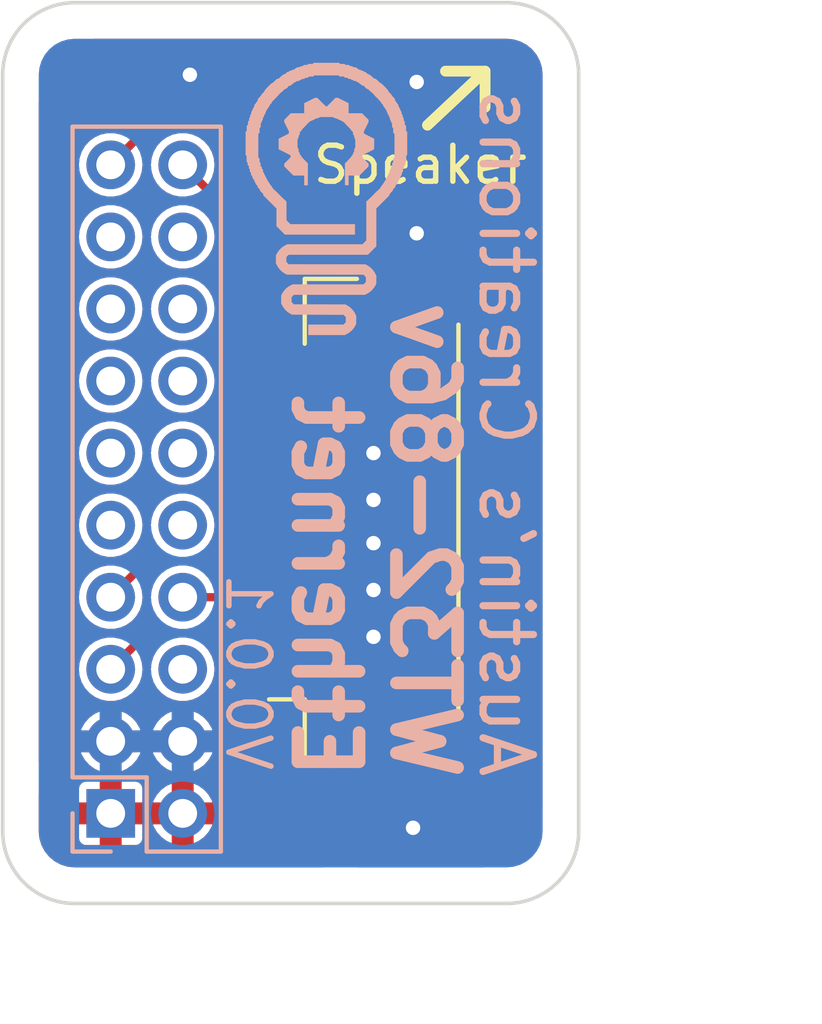
<source format=kicad_pcb>
(kicad_pcb (version 20211014) (generator pcbnew)
  (layers (0 "F.Cu" signal) (31 "B.Cu" signal) (34 "B.Paste" user) (35 "F.Paste" user) (36 "B.SilkS" user "B.Silkscreen") (37 "F.SilkS" user "F.Silkscreen") (38 "B.Mask" user) (39 "F.Mask" user) (44 "Edge.Cuts" user))
  (net 0 "")
  (net 1 "+5V")
  (net 2 "GND")
  (net 3 "SDI_IO38")
  (net 5 "RST_IO48")
  (net 6 "SCK_IO39")
  (net 7 "IIC_SCL")
  (net 8 "IIC_SDA")
  (net 9 "EN")
  (net 10 "IO0")
  (net 11 "RX0")
  (net 12 "TX0")
  (net 13 "485_B")
  (net 14 "485_A")
  (net 15 "TXD_EXT")
  (net 16 "RXD_EXT")
  (net 17 "SDO_IO47")
  (net 18 "CS_IO21")
  (footprint "Fiducial:Fiducial_1mm_Mask2mm" (layer "F.Cu") (at 34 43)
    (fp_text reference "FID1" hide)
    (fp_text value "Fiducial" hide)
  )
  (footprint "Connector_JST:JST_GH_SM08B-GHS-TB_1x08-1MP_P1.25mm_Horizontal" (layer "F.Cu") (at 30.1 34.4 90)
    (fp_text reference "J2" hide)
    (fp_text value "Ethernet" hide)
  )
  (footprint "Fiducial:Fiducial_1mm_Mask2mm" (layer "F.Cu") (at 21.9 22)
    (fp_text reference "FID2" hide)
    (fp_text value "Fiducial" hide)
  )
  (footprint "Connector_PinHeader_2.00mm:PinHeader_2x10_P2.00mm_Vertical" (layer "B.Cu") (at 23 42.5)
    (fp_text reference "J1" hide)
    (fp_text value "Conn_02x10_Odd_Even" hide)
  )
  (gr_poly (pts (xy 28.624643 21.683853) (xy 28.609284 21.699582) (xy 28.48661 21.699582) (xy 28.473275 21.713341) (xy 28.45994 21.727099) (xy 28.364836 21.727099) (xy 28.347479 21.744786) (xy 28.341694 21.750621) (xy 28.339245 21.752983) (xy 28.337003 21.755009) (xy 28.334903 21.756724) (xy 28.332878 21.758154) (xy 28.331873 21.758771) (xy 28.330862 21.759326) (xy 28.329837 21.759823) (xy 28.328789 21.760265) (xy 28.327711 21.760655) (xy 28.326594 21.760996) (xy 28.324208 21.761547) (xy 28.321568 21.761942) (xy 28.318606 21.762207) (xy 28.315257 21.762368) (xy 28.311454 21.762451) (xy 28.302222 21.762487) (xy 28.297495 21.762497) (xy 28.293301 21.762538) (xy 28.289587 21.762628) (xy 28.2863 21.762784) (xy 28.284801 21.762892) (xy 28.283388 21.763024) (xy 28.282056 21.763181) (xy 28.280797 21.763366) (xy 28.279606 21.763581) (xy 28.278476 21.763827) (xy 28.277399 21.764108) (xy 28.27637 21.764425) (xy 28.275382 21.764781) (xy 28.274428 21.765178) (xy 28.273502 21.765617) (xy 28.272598 21.766102) (xy 28.271707 21.766634) (xy 28.270825 21.767216) (xy 28.269944 21.767849) (xy 28.269057 21.768537) (xy 28.268159 21.769281) (xy 28.267242 21.770083) (xy 28.265327 21.771871) (xy 28.26326 21.77392) (xy 28.260987 21.776245) (xy 28.256622 21.780642) (xy 28.254701 21.782437) (xy 28.252881 21.783987) (xy 28.251106 21.78531) (xy 28.249321 21.786424) (xy 28.247472 21.787346) (xy 28.245503 21.788095) (xy 28.24336 21.788689) (xy 28.240987 21.789146) (xy 28.238328 21.789483) (xy 28.23533 21.789718) (xy 28.231937 21.78987) (xy 28.228095 21.789956) (xy 28.218838 21.790004) (xy 28.212568 21.790192) (xy 28.2062 21.790747) (xy 28.199768 21.791656) (xy 28.193305 21.792904) (xy 28.186843 21.794478) (xy 28.180417 21.796363) (xy 28.174059 21.798547) (xy 28.167802 21.801014) (xy 28.161679 21.803751) (xy 28.155723 21.806744) (xy 28.149967 21.80998) (xy 28.144445 21.813444) (xy 28.139188 21.817123) (xy 28.134232 21.821002) (xy 28.129607 21.825069) (xy 28.125348 21.829308) (xy 28.122085 21.83258) (xy 28.118568 21.835745) (xy 28.114827 21.838789) (xy 28.110892 21.841696) (xy 28.106791 21.844453) (xy 28.102557 21.847046) (xy 28.098218 21.849459) (xy 28.093805 21.85168) (xy 28.089347 21.853693) (xy 28.084874 21.855483) (xy 28.080417 21.857038) (xy 28.076006 21.858342) (xy 28.07167 21.859381) (xy 28.067439 21.860141) (xy 28.063344 21.860608) (xy 28.059414 21.860767) (xy 28.056835 21.860794) (xy 28.054454 21.860884) (xy 28.052249 21.861045) (xy 28.050197 21.86129) (xy 28.048274 21.861629) (xy 28.047354 21.861836) (xy 28.046457 21.862071) (xy 28.045581 21.862335) (xy 28.044723 21.862628) (xy 28.04388 21.862953) (xy 28.043049 21.86331) (xy 28.042227 21.863701) (xy 28.041412 21.864127) (xy 28.040599 21.86459) (xy 28.039788 21.865091) (xy 28.038154 21.86621) (xy 28.036487 21.867497) (xy 28.034764 21.868962) (xy 28.032961 21.870614) (xy 28.031057 21.872465) (xy 28.029026 21.874525) (xy 28.026854 21.87674) (xy 28.024853 21.878705) (xy 28.022983 21.880437) (xy 28.02121 21.881949) (xy 28.019493 21.883256) (xy 28.017797 21.884372) (xy 28.016084 21.885313) (xy 28.014316 21.886092) (xy 28.012455 21.886725) (xy 28.010464 21.887226) (xy 28.008306 21.88761) (xy 28.005943 21.887892) (xy 28.003338 21.888085) (xy 28.000452 21.888205) (xy 27.997249 21.888266) (xy 27.993691 21.888283) (xy 27.98999 21.888297) (xy 27.986682 21.888355) (xy 27.98372 21.888477) (xy 27.981053 21.888686) (xy 27.979815 21.88883) (xy 27.978633 21.889005) (xy 27.9775 21.889212) (xy 27.976411 21.889454) (xy 27.975359 21.889734) (xy 27.974338 21.890056) (xy 27.973342 21.890421) (xy 27.972366 21.890833) (xy 27.971402 21.891294) (xy 27.970445 21.891807) (xy 27.969488 21.892375) (xy 27.968526 21.893) (xy 27.967553 21.893685) (xy 27.966562 21.894434) (xy 27.964502 21.89613) (xy 27.962298 21.898112) (xy 27.959902 21.9004) (xy 27.957263 21.903016) (xy 27.954334 21.905984) (xy 27.951551 21.908794) (xy 27.94901 21.911294) (xy 27.946676 21.913501) (xy 27.944514 21.915434) (xy 27.942488 21.917109) (xy 27.940563 21.918545) (xy 27.938703 21.91976) (xy 27.937786 21.92029) (xy 27.936872 21.920771) (xy 27.935956 21.921206) (xy 27.935035 21.921596) (xy 27.934103 21.921945) (xy 27.933156 21.922254) (xy 27.93219 21.922525) (xy 27.9312 21.922761) (xy 27.92913 21.923136) (xy 27.926913 21.923397) (xy 27.924511 21.923561) (xy 27.921889 21.923647) (xy 27.919013 21.923671) (xy 27.915968 21.923694) (xy 27.913213 21.923785) (xy 27.910689 21.923984) (xy 27.908337 21.924326) (xy 27.906095 21.924848) (xy 27.903906 21.925589) (xy 27.901709 21.926585) (xy 27.899445 21.927873) (xy 27.897054 21.929491) (xy 27.894478 21.931475) (xy 27.891655 21.933863) (xy 27.888527 21.936692) (xy 27.885034 21.939999) (xy 27.881117 21.943821) (xy 27.871771 21.953159) (xy 27.868193 21.956726) (xy 27.864773 21.960063) (xy 27.861509 21.96317) (xy 27.858403 21.966049) (xy 27.855454 21.968698) (xy 27.852664 21.971117) (xy 27.85003 21.973306) (xy 27.847555 21.975265) (xy 27.845238 21.976994) (xy 27.843079 21.978493) (xy 27.841079 21.979762) (xy 27.839237 21.9808) (xy 27.837554 21.981608) (xy 27.836773 21.981925) (xy 27.83603 21.982185) (xy 27.835328 21.982387) (xy 27.834665 21.982531) (xy 27.834043 21.982618) (xy 27.83346 21.982647) (xy 27.828787 21.982997) (xy 27.823611 21.984037) (xy 27.81796 21.985748) (xy 27.811861 21.988112) (xy 27.805341 21.991112) (xy 27.798428 21.99473) (xy 27.791149 21.998948) (xy 27.783531 22.003747) (xy 27.775602 22.009112) (xy 27.767388 22.015022) (xy 27.758918 22.021461) (xy 27.750218 22.028412) (xy 27.741316 22.035855) (xy 27.732239 22.043773) (xy 27.723014 22.052148) (xy 27.713669 22.060964) (xy 27.664258 22.108443) (xy 27.644918 22.108443) (xy 27.641982 22.108466) (xy 27.639294 22.108541) (xy 27.636832 22.108677) (xy 27.634569 22.108884) (xy 27.632483 22.109171) (xy 27.631499 22.109347) (xy 27.63055 22.109547) (xy 27.629632 22.109771) (xy 27.628744 22.110021) (xy 27.627881 22.110298) (xy 27.627042 22.110603) (xy 27.626222 22.110937) (xy 27.625419 22.111301) (xy 27.62463 22.111698) (xy 27.623852 22.112126) (xy 27.623082 22.112589) (xy 27.622317 22.113087) (xy 27.621553 22.11362) (xy 27.620789 22.114192) (xy 27.619244 22.11545) (xy 27.617657 22.116873) (xy 27.616006 22.118467) (xy 27.614266 22.120243) (xy 27.613092 22.121444) (xy 27.611909 22.122611) (xy 27.610723 22.123738) (xy 27.609543 22.12482) (xy 27.608377 22.12585) (xy 27.607233 22.126822) (xy 27.606118 22.12773) (xy 27.605042 22.128568) (xy 27.60401 22.12933) (xy 27.603032 22.13001) (xy 27.602116 22.130602) (xy 27.601269 22.1311) (xy 27.6005 22.131498) (xy 27.599815 22.13179) (xy 27.599508 22.131894) (xy 27.599224 22.131969) (xy 27.598966 22.132015) (xy 27.598734 22.132031) (xy 27.598057 22.132275) (xy 27.596919 22.132994) (xy 27.593369 22.135754) (xy 27.588296 22.140117) (xy 27.581909 22.14589) (xy 27.574418 22.152879) (xy 27.566035 22.16089) (xy 27.556969 22.16973) (xy 27.547432 22.179206) (xy 27.540387 22.186246) (xy 27.533996 22.192575) (xy 27.528216 22.198229) (xy 27.523002 22.203244) (xy 27.518309 22.207654) (xy 27.514094 22.211496) (xy 27.510313 22.214804) (xy 27.506921 22.217613) (xy 27.503874 22.21996) (xy 27.502466 22.220971) (xy 27.501128 22.221879) (xy 27.499854 22.222689) (xy 27.498638 22.223406) (xy 27.497476 22.224034) (xy 27.496361 22.224576) (xy 27.495289 22.225038) (xy 27.494253 22.225425) (xy 27.493248 22.225739) (xy 27.492269 22.225987) (xy 27.491309 22.226172) (xy 27.490364 22.226298) (xy 27.489428 22.226371) (xy 27.488496 22.226394) (xy 27.48606 22.226957) (xy 27.482687 22.228599) (xy 27.473389 22.234857) (xy 27.461131 22.244629) (xy 27.446439 22.257378) (xy 27.429839 22.272567) (xy 27.41186 22.289658) (xy 27.37387 22.327399) (xy 27.336686 22.3663) (xy 27.319713 22.384843) (xy 27.304524 22.402064) (xy 27.291644 22.417425) (xy 27.2816 22.430389) (xy 27.274921 22.440419) (xy 27.273008 22.444166) (xy 27.272133 22.446977) (xy 27.27166 22.449972) (xy 27.2711 22.452767) (xy 27.2704 22.455431) (xy 27.269507 22.458035) (xy 27.26837 22.460647) (xy 27.266935 22.463337) (xy 27.26515 22.466174) (xy 27.262963 22.469229) (xy 27.260322 22.47257) (xy 27.257173 22.476267) (xy 27.253465 22.480389) (xy 27.249144 22.485007) (xy 27.238458 22.496004) (xy 27.224693 22.509816) (xy 27.218872 22.515651) (xy 27.213502 22.521101) (xy 27.208573 22.526179) (xy 27.204074 22.530895) (xy 27.199994 22.535264) (xy 27.196324 22.539298) (xy 27.193053 22.543009) (xy 27.19017 22.546409) (xy 27.187665 22.549513) (xy 27.185529 22.552331) (xy 27.183749 22.554877) (xy 27.182316 22.557164) (xy 27.181727 22.558213) (xy 27.18122 22.559203) (xy 27.180795 22.560134) (xy 27.18045 22.561007) (xy 27.180184 22.561826) (xy 27.179996 22.56259) (xy 27.179883 22.563302) (xy 27.179846 22.563963) (xy 27.179707 22.565302) (xy 27.179283 22.566848) (xy 27.17857 22.568609) (xy 27.177561 22.570592) (xy 27.176252 22.572804) (xy 27.174635 22.575254) (xy 27.172705 22.577949) (xy 27.170457 22.580896) (xy 27.16498 22.587577) (xy 27.158158 22.595358) (xy 27.149944 22.604299) (xy 27.140291 22.614459) (xy 27.131817 22.623302) (xy 27.124245 22.631314) (xy 27.117527 22.638569) (xy 27.111614 22.645144) (xy 27.106455 22.651113) (xy 27.102003 22.656551) (xy 27.098208 22.661534) (xy 27.096542 22.663878) (xy 27.095021 22.666137) (xy 27.09364 22.668319) (xy 27.092392 22.670435) (xy 27.091272 22.672494) (xy 27.090273 22.674504) (xy 27.08939 22.676476) (xy 27.088615 22.678419) (xy 27.087943 22.680342) (xy 27.087368 22.682255) (xy 27.086883 22.684168) (xy 27.086483 22.686088) (xy 27.086161 22.688027) (xy 27.085911 22.689993) (xy 27.085602 22.694044) (xy 27.085509 22.698318) (xy 27.085482 22.701175) (xy 27.085393 22.70378) (xy 27.085225 22.706168) (xy 27.084961 22.708375) (xy 27.084582 22.710436) (xy 27.084344 22.711423) (xy 27.084071 22.712386) (xy 27.08376 22.713331) (xy 27.08341 22.714261) (xy 27.083018 22.715181) (xy 27.082582 22.716095) (xy 27.0821 22.717008) (xy 27.081569 22.717924) (xy 27.080353 22.719783) (xy 27.078916 22.721707) (xy 27.077242 22.723731) (xy 27.075311 22.72589) (xy 27.073107 22.728221) (xy 27.070612 22.730757) (xy 27.067808 22.733534) (xy 27.065992 22.735361) (xy 27.06423 22.737216) (xy 27.06253 22.739087) (xy 27.060902 22.740961) (xy 27.059353 22.742826) (xy 27.057894 22.744669) (xy 27.056532 22.746478) (xy 27.055277 22.74824) (xy 27.054137 22.749943) (xy 27.05312 22.751574) (xy 27.052236 22.75312) (xy 27.051493 22.754569) (xy 27.0509 22.755909) (xy 27.050466 22.757127) (xy 27.050311 22.757686) (xy 27.050199 22.75821) (xy 27.050131 22.758697) (xy 27.050108 22.759146) (xy 27.050036 22.760053) (xy 27.049827 22.761071) (xy 27.049487 22.762188) (xy 27.049022 22.763393) (xy 27.048441 22.764676) (xy 27.04775 22.766025) (xy 27.046956 22.767428) (xy 27.046066 22.768876) (xy 27.045088 22.770357) (xy 27.044028 22.771859) (xy 27.042894 22.773372) (xy 27.041691 22.774885) (xy 27.040429 22.776386) (xy 27.039113 22.777864) (xy 27.037751 22.779309) (xy 27.036349 22.78071) (xy 27.034948 22.782092) (xy 27.033586 22.783479) (xy 27.03227 22.784863) (xy 27.031007 22.786234) (xy 27.029805 22.787583) (xy 27.028671 22.7889) (xy 27.027611 22.790178) (xy 27.026633 22.791407) (xy 27.025743 22.792578) (xy 27.024949 22.793681) (xy 27.024258 22.794708) (xy 27.023677 22.79565) (xy 27.023212 22.796498) (xy 27.022872 22.797242) (xy 27.02275 22.797572) (xy 27.022662 22.797873) (xy 27.022609 22.798144) (xy 27.022591 22.798384) (xy 27.022509 22.798904) (xy 27.02227 22.799566) (xy 27.021881 22.80036) (xy 27.02135 22.801275) (xy 27.020685 22.802302) (xy 27.019895 22.80343) (xy 27.018988 22.804649) (xy 27.017971 22.805949) (xy 27.015641 22.808753) (xy 27.012969 22.811761) (xy 27.010022 22.814893) (xy 27.006862 22.818069) (xy 27.004272 22.82062) (xy 27.001982 22.822939) (xy 26.999973 22.825071) (xy 26.998228 22.827058) (xy 26.996727 22.828943) (xy 26.995453 22.830771) (xy 26.994388 22.832585) (xy 26.993927 22.8335) (xy 26.993512 22.834428) (xy 26.993139 22.835374) (xy 26.992808 22.836344) (xy 26.992257 22.838376) (xy 26.991841 22.840567) (xy 26.991542 22.842962) (xy 26.991341 22.845603) (xy 26.99122 22.848535) (xy 26.991161 22.851799) (xy 26.991146 22.855441) (xy 26.991128 22.859001) (xy 26.991067 22.862206) (xy 26.990946 22.865094) (xy 26.990752 22.867701) (xy 26.99047 22.870065) (xy 26.990291 22.871168) (xy 26.990085 22.872224) (xy 26.98985 22.873238) (xy 26.989583 22.874216) (xy 26.989284 22.87516) (xy 26.988949 22.876077) (xy 26.988579 22.876971) (xy 26.988169 22.877846) (xy 26.98772 22.878707) (xy 26.987228 22.87956) (xy 26.986693 22.880408) (xy 26.986112 22.881256) (xy 26.985483 22.882109) (xy 26.984805 22.882972) (xy 26.983294 22.884746) (xy 26.981564 22.886616) (xy 26.9796 22.888617) (xy 26.977387 22.890789) (xy 26.975464 22.892691) (xy 26.973715 22.894505) (xy 26.972132 22.896245) (xy 26.970709 22.897924) (xy 26.969439 22.899557) (xy 26.968315 22.901157) (xy 26.96733 22.902737) (xy 26.966478 22.904311) (xy 26.965752 22.905893) (xy 26.965144 22.907496) (xy 26.964649 22.909134) (xy 26.964259 22.91082) (xy 26.963967 22.912568) (xy 26.963767 22.914391) (xy 26.963652 22.916304) (xy 26.963616 22.918319) (xy 26.963579 22.920335) (xy 26.963464 22.922247) (xy 26.963264 22.924071) (xy 26.962973 22.925819) (xy 26.962583 22.927504) (xy 26.962088 22.929142) (xy 26.961481 22.930744) (xy 26.960755 22.932326) (xy 26.959903 22.933899) (xy 26.958919 22.935478) (xy 26.957796 22.937077) (xy 26.956528 22.938709) (xy 26.955106 22.940387) (xy 26.953525 22.942125) (xy 26.951778 22.943937) (xy 26.949857 22.945836) (xy 26.947758 22.947902) (xy 26.945878 22.949832) (xy 26.944206 22.951651) (xy 26.942729 22.953387) (xy 26.941437 22.955065) (xy 26.940318 22.956712) (xy 26.939361 22.958354) (xy 26.938553 22.960018) (xy 26.937883 22.961729) (xy 26.937341 22.963514) (xy 26.936913 22.9654) (xy 26.936589 22.967412) (xy 26.936357 22.969578) (xy 26.936206 22.971923) (xy 26.936124 22.974473) (xy 26.936099 22.977255) (xy 26.936074 22.980107) (xy 26.935991 22.982711) (xy 26.935834 22.985099) (xy 26.935589 22.987301) (xy 26.93524 22.989349) (xy 26.935023 22.990326) (xy 26.934774 22.991275) (xy 26.934492 22.992202) (xy 26.934175 22.99311) (xy 26.933821 22.994003) (xy 26.933428 22.994885) (xy 26.932995 22.99576) (xy 26.932519 22.996631) (xy 26.931999 22.997504) (xy 26.931433 22.998381) (xy 26.930155 23.000165) (xy 26.92867 23.002015) (xy 26.926964 23.003962) (xy 26.925022 23.006037) (xy 26.922828 23.008272) (xy 26.920369 23.010699) (xy 26.915212 23.015804) (xy 26.913122 23.017994) (xy 26.911328 23.020028) (xy 26.909807 23.021971) (xy 26.908537 23.023888) (xy 26.907494 23.025845) (xy 26.906657 23.027905) (xy 26.906004 23.030134) (xy 26.90551 23.032597) (xy 26.905154 23.035358) (xy 26.904914 23.038483) (xy 26.904766 23.042036) (xy 26.904688 23.046083) (xy 26.904653 23.055916) (xy 26.904618 23.065745) (xy 26.904541 23.06979) (xy 26.904393 23.073343) (xy 26.904285 23.074955) (xy 26.904152 23.076467) (xy 26.90399 23.077889) (xy 26.903796 23.079229) (xy 26.903567 23.080493) (xy 26.903302 23.081691) (xy 26.902996 23.082831) (xy 26.902647 23.08392) (xy 26.902253 23.084968) (xy 26.90181 23.085981) (xy 26.901315 23.086968) (xy 26.900766 23.087937) (xy 26.90016 23.088896) (xy 26.899495 23.089854) (xy 26.898766 23.090818) (xy 26.897972 23.091796) (xy 26.89711 23.092798) (xy 26.896177 23.09383) (xy 26.894085 23.096018) (xy 26.891675 23.098427) (xy 26.888923 23.10112) (xy 26.883819 23.106182) (xy 26.881744 23.108362) (xy 26.879958 23.110387) (xy 26.87844 23.112318) (xy 26.877168 23.114213) (xy 26.87612 23.116133) (xy 26.875274 23.118138) (xy 26.874609 23.120287) (xy 26.874104 23.12264) (xy 26.873735 23.125257) (xy 26.873483 23.128197) (xy 26.873324 23.131522) (xy 26.873237 23.135289) (xy 26.873194 23.144393) (xy 26.873184 23.149124) (xy 26.873144 23.153321) (xy 26.873055 23.157038) (xy 26.872899 23.160328) (xy 26.872791 23.161828) (xy 26.87266 23.163242) (xy 26.872503 23.164575) (xy 26.872318 23.165834) (xy 26.872104 23.167025) (xy 26.871858 23.168156) (xy 26.871578 23.169233) (xy 26.871261 23.170262) (xy 26.870905 23.171251) (xy 26.870509 23.172205) (xy 26.87007 23.173131) (xy 26.869585 23.174036) (xy 26.869053 23.174927) (xy 26.868471 23.175809) (xy 26.867838 23.176691) (xy 26.86715 23.177578) (xy 26.866406 23.178476) (xy 26.865603 23.179393) (xy 26.863814 23.181309) (xy 26.861764 23.183379) (xy 26.859436 23.185654) (xy 26.854932 23.190098) (xy 26.853106 23.192039) (xy 26.851538 23.193883) (xy 26.850207 23.195696) (xy 26.849095 23.197546) (xy 26.848181 23.199499) (xy 26.847447 23.201624) (xy 26.846872 23.203985) (xy 26.846438 23.206652) (xy 26.846124 23.20969) (xy 26.845911 23.213167) (xy 26.845779 23.21715) (xy 26.84571 23.221705) (xy 26.845677 23.232803) (xy 26.845677 23.266617) (xy 26.829948 23.281976) (xy 26.814232 23.297322) (xy 26.814232 23.384515) (xy 26.796531 23.401872) (xy 26.778844 23.419242) (xy 26.778844 23.555224) (xy 26.763114 23.569432) (xy 26.747398 23.583641) (xy 26.747398 24.22593) (xy 26.774915 24.2526) (xy 26.774915 24.410702) (xy 26.788673 24.424037) (xy 26.793138 24.428454) (xy 26.794953 24.430389) (xy 26.796515 24.432225) (xy 26.797843 24.434024) (xy 26.798956 24.435848) (xy 26.799873 24.43776) (xy 26.800612 24.439822) (xy 26.801194 24.442097) (xy 26.801636 24.444646) (xy 26.801958 24.447532) (xy 26.802179 24.450818) (xy 26.802318 24.454566) (xy 26.802394 24.458837) (xy 26.802431 24.469201) (xy 26.802431 24.50103) (xy 26.820119 24.5184) (xy 26.837819 24.535757) (xy 26.837819 24.567586) (xy 26.837857 24.57795) (xy 26.837933 24.582222) (xy 26.838072 24.585969) (xy 26.838171 24.587666) (xy 26.838293 24.589255) (xy 26.83844 24.590744) (xy 26.838615 24.592141) (xy 26.83882 24.593454) (xy 26.839057 24.59469) (xy 26.839329 24.595858) (xy 26.839638 24.596965) (xy 26.839987 24.598019) (xy 26.840378 24.599027) (xy 26.840813 24.599998) (xy 26.841295 24.600939) (xy 26.841825 24.601858) (xy 26.842407 24.602764) (xy 26.843043 24.603662) (xy 26.843735 24.604563) (xy 26.844486 24.605472) (xy 26.845297 24.606398) (xy 26.847112 24.608333) (xy 26.849199 24.61043) (xy 26.851578 24.612751) (xy 26.856043 24.617167) (xy 26.857858 24.619102) (xy 26.85942 24.620937) (xy 26.860748 24.622735) (xy 26.861861 24.624559) (xy 26.862777 24.626471) (xy 26.863517 24.628533) (xy 26.864098 24.630808) (xy 26.864541 24.633358) (xy 26.864863 24.636245) (xy 26.865084 24.639532) (xy 26.865223 24.643282) (xy 26.865298 24.647556) (xy 26.865336 24.657928) (xy 26.865336 24.689784) (xy 26.881065 24.705143) (xy 26.886223 24.710245) (xy 26.888313 24.712433) (xy 26.890107 24.714466) (xy 26.891628 24.716408) (xy 26.892898 24.718325) (xy 26.893941 24.72028) (xy 26.894778 24.722339) (xy 26.895432 24.724567) (xy 26.895925 24.727028) (xy 26.896281 24.729787) (xy 26.896521 24.732909) (xy 26.896669 24.736458) (xy 26.896747 24.7405) (xy 26.896782 24.750321) (xy 26.896782 24.780166) (xy 26.914482 24.797522) (xy 26.917197 24.800215) (xy 26.919626 24.802694) (xy 26.921784 24.804986) (xy 26.923687 24.807121) (xy 26.92535 24.809127) (xy 26.926788 24.811035) (xy 26.928016 24.812872) (xy 26.928557 24.813773) (xy 26.929051 24.814667) (xy 26.9295 24.815559) (xy 26.929907 24.816451) (xy 26.930272 24.817347) (xy 26.930599 24.818251) (xy 26.930888 24.819166) (xy 26.931142 24.820096) (xy 26.931553 24.822016) (xy 26.931846 24.824039) (xy 26.932036 24.826195) (xy 26.932139 24.828512) (xy 26.93217 24.831019) (xy 26.932199 24.833339) (xy 26.932292 24.835507) (xy 26.932456 24.837539) (xy 26.932696 24.839449) (xy 26.93302 24.841253) (xy 26.933434 24.842966) (xy 26.933944 24.844604) (xy 26.934237 24.845399) (xy 26.934557 24.846181) (xy 26.934905 24.846952) (xy 26.935281 24.847713) (xy 26.93612 24.849215) (xy 26.937083 24.850703) (xy 26.938175 24.852191) (xy 26.939403 24.853696) (xy 26.940774 24.855231) (xy 26.942294 24.856813) (xy 26.94397 24.858456) (xy 26.945443 24.859914) (xy 26.946812 24.861361) (xy 26.948079 24.862801) (xy 26.949244 24.864237) (xy 26.950309 24.865669) (xy 26.951275 24.867101) (xy 26.952143 24.868536) (xy 26.952915 24.869975) (xy 26.953591 24.871421) (xy 26.954173 24.872877) (xy 26.954662 24.874345) (xy 26.95506 24.875828) (xy 26.955367 24.877327) (xy 26.955585 24.878846) (xy 26.955714 24.880386) (xy 26.955757 24.881951) (xy 26.955811 24.883693) (xy 26.955979 24.885397) (xy 26.956269 24.887077) (xy 26.956691 24.888748) (xy 26.957255 24.890426) (xy 26.95797 24.892125) (xy 26.958844 24.893859) (xy 26.959887 24.895643) (xy 26.961108 24.897493) (xy 26.962516 24.899422) (xy 26.964121 24.901446) (xy 26.965932 24.903579) (xy 26.967957 24.905837) (xy 26.970207 24.908233) (xy 26.97269 24.910784) (xy 26.975416 24.913502) (xy 26.978591 24.91665) (xy 26.981407 24.919502) (xy 26.983886 24.922098) (xy 26.98605 24.924479) (xy 26.987918 24.926685) (xy 26.989513 24.928756) (xy 26.990215 24.929753) (xy 26.990856 24.930732) (xy 26.991439 24.931698) (xy 26.991967 24.932655) (xy 26.992443 24.933608) (xy 26.992868 24.934563) (xy 26.993247 24.935525) (xy 26.993581 24.936498) (xy 26.993873 24.937488) (xy 26.994125 24.938499) (xy 26.994523 24.940608) (xy 26.994796 24.942863) (xy 26.994965 24.945306) (xy 26.99505 24.947976) (xy 26.995074 24.950914) (xy 26.995099 24.95369) (xy 26.995182 24.956235) (xy 26.995334 24.958575) (xy 26.995566 24.960736) (xy 26.995891 24.962746) (xy 26.996092 24.963701) (xy 26.99632 24.964629) (xy 26.996576 24.965532) (xy 26.996863 24.966413) (xy 26.997182 24.967275) (xy 26.997533 24.968122) (xy 26.997919 24.968958) (xy 26.998342 24.969785) (xy 26.998801 24.970606) (xy 26.999299 24.971426) (xy 26.999838 24.972247) (xy 27.000419 24.973072) (xy 27.00171 24.974749) (xy 27.003186 24.976484) (xy 27.004857 24.978302) (xy 27.006736 24.98023) (xy 27.008833 24.982294) (xy 27.010849 24.984285) (xy 27.012668 24.986162) (xy 27.014298 24.987945) (xy 27.015749 24.989655) (xy 27.01703 24.991311) (xy 27.018151 24.992934) (xy 27.019121 24.994542) (xy 27.019949 24.996157) (xy 27.020644 24.997797) (xy 27.021217 24.999483) (xy 27.021675 25.001235) (xy 27.02203 25.003072) (xy 27.022289 25.005015) (xy 27.022463 25.007084) (xy 27.02256 25.009297) (xy 27.022591 25.011676) (xy 27.022624 25.014303) (xy 27.022743 25.016721) (xy 27.022979 25.018979) (xy 27.023359 25.021123) (xy 27.023916 25.0232) (xy 27.024677 25.025257) (xy 27.025673 25.02734) (xy 27.026933 25.029497) (xy 27.028488 25.031775) (xy 27.030367 25.03422) (xy 27.032599 25.036879) (xy 27.035215 25.039799) (xy 27.038244 25.043027) (xy 27.041716 25.04661) (xy 27.050108 25.055028) (xy 27.058766 25.063694) (xy 27.062316 25.067343) (xy 27.065393 25.07061) (xy 27.068029 25.07355) (xy 27.07026 25.076219) (xy 27.071233 25.07747) (xy 27.072117 25.078673) (xy 27.072917 25.079837) (xy 27.073636 25.080967) (xy 27.074279 25.082072) (xy 27.074849 25.083157) (xy 27.075352 25.08423) (xy 27.075792 25.085297) (xy 27.076172 25.086366) (xy 27.076496 25.087444) (xy 27.07677 25.088537) (xy 27.076997 25.089653) (xy 27.077182 25.090798) (xy 27.077328 25.09198) (xy 27.077523 25.094479) (xy 27.077615 25.097207) (xy 27.077638 25.100219) (xy 27.07766 25.10328) (xy 27.077754 25.106049) (xy 27.077965 25.108591) (xy 27.078335 25.110974) (xy 27.078908 25.113265) (xy 27.079728 25.115528) (xy 27.080838 25.117832) (xy 27.082281 25.120243) (xy 27.084102 25.122827) (xy 27.086343 25.12565) (xy 27.089048 25.12878) (xy 27.09226 25.132282) (xy 27.096023 25.136224) (xy 27.100381 25.140671) (xy 27.111054 25.15135) (xy 27.121367 25.161692) (xy 27.125619 25.16605) (xy 27.129319 25.169939) (xy 27.132505 25.173417) (xy 27.135214 25.176538) (xy 27.136402 25.177983) (xy 27.137486 25.17936) (xy 27.138469 25.180675) (xy 27.139357 25.181937) (xy 27.140154 25.183151) (xy 27.140866 25.184326) (xy 27.141496 25.185467) (xy 27.14205 25.186582) (xy 27.142532 25.187678) (xy 27.142948 25.188762) (xy 27.143302 25.189841) (xy 27.143598 25.190921) (xy 27.143841 25.19201) (xy 27.144037 25.193116) (xy 27.14419 25.194243) (xy 27.144304 25.195401) (xy 27.144436 25.197834) (xy 27.144472 25.20047) (xy 27.14451 25.203165) (xy 27.144664 25.205663) (xy 27.144992 25.20804) (xy 27.145553 25.210375) (xy 27.146404 25.212746) (xy 27.147605 25.215229) (xy 27.149212 25.217904) (xy 27.151286 25.220847) (xy 27.153884 25.224137) (xy 27.157064 25.227851) (xy 27.160886 25.232068) (xy 27.165406 25.236864) (xy 27.176778 25.248506) (xy 27.191647 25.263401) (xy 27.20699 25.278752) (xy 27.213223 25.285064) (xy 27.218585 25.290589) (xy 27.22314 25.295415) (xy 27.226955 25.299633) (xy 27.228606 25.301543) (xy 27.230096 25.303334) (xy 27.231433 25.305018) (xy 27.232627 25.306607) (xy 27.233685 25.308112) (xy 27.234615 25.309543) (xy 27.235425 25.310913) (xy 27.236125 25.312232) (xy 27.236721 25.313511) (xy 27.237222 25.314763) (xy 27.237637 25.315998) (xy 27.237973 25.317228) (xy 27.238239 25.318464) (xy 27.238443 25.319716) (xy 27.238593 25.320997) (xy 27.238697 25.322318) (xy 27.238801 25.325124) (xy 27.238822 25.328223) (xy 27.238822 25.34599) (xy 27.421636 25.528764) (xy 27.604436 25.711539) (xy 27.604436 26.202949) (xy 27.721369 26.319935) (xy 27.838315 26.43692) (xy 29.786362 26.43692) (xy 29.786362 26.145998) (xy 27.991786 26.145998) (xy 27.937679 26.091996) (xy 27.883571 26.037981) (xy 27.883571 25.518036) (xy 27.827546 25.466587) (xy 27.79991 25.441016) (xy 27.773767 25.416445) (xy 27.749228 25.392981) (xy 27.726403 25.370734) (xy 27.7054 25.34981) (xy 27.686331 25.330319) (xy 27.669304 25.312367) (xy 27.654429 25.296064) (xy 27.647335 25.288356) (xy 27.638818 25.279539) (xy 27.6292 25.269921) (xy 27.618805 25.259812) (xy 27.607953 25.249521) (xy 27.596968 25.239356) (xy 27.586172 25.229627) (xy 27.575888 25.220644) (xy 27.55698 25.204222) (xy 27.548768 25.196887) (xy 27.541293 25.190034) (xy 27.53449 25.183589) (xy 27.528291 25.177475) (xy 27.522628 25.171617) (xy 27.517435 25.16594) (xy 27.512644 25.160367) (xy 27.508189 25.154823) (xy 27.504001 25.149232) (xy 27.500015 25.143519) (xy 27.496163 25.137609) (xy 27.492378 25.131424) (xy 27.488592 25.124891) (xy 27.484739 25.117933) (xy 27.483095 25.115004) (xy 27.481262 25.111911) (xy 27.477108 25.105337) (xy 27.472433 25.098423) (xy 27.467392 25.091382) (xy 27.462141 25.084425) (xy 27.456837 25.077764) (xy 27.451635 25.071612) (xy 27.449121 25.068793) (xy 27.446692 25.06618) (xy 27.444339 25.063683) (xy 27.442053 25.061197) (xy 27.439844 25.058738) (xy 27.437725 25.056321) (xy 27.435707 25.053961) (xy 27.433802 25.051674) (xy 27.432023 25.049475) (xy 27.43038 25.04738) (xy 27.428887 25.045404) (xy 27.427553 25.043562) (xy 27.426393 25.041869) (xy 27.425417 25.040342) (xy 27.424637 25.038995) (xy 27.424065 25.037844) (xy 27.423861 25.037346) (xy 27.423714 25.036904) (xy 27.423624 25.036518) (xy 27.423594 25.03619) (xy 27.423561 25.035577) (xy 27.423467 25.034929) (xy 27.423312 25.034251) (xy 27.423102 25.033549) (xy 27.422839 25.032827) (xy 27.422526 25.032093) (xy 27.422166 25.031351) (xy 27.421763 25.030607) (xy 27.42132 25.029867) (xy 27.42084 25.029136) (xy 27.420326 25.02842) (xy 27.419782 25.027725) (xy 27.41921 25.027056) (xy 27.418614 25.026419) (xy 27.417997 25.025819) (xy 27.417362 25.025262) (xy 27.416648 25.024581) (xy 27.415801 25.023617) (xy 27.413753 25.020909) (xy 27.411306 25.017282) (xy 27.408547 25.01288) (xy 27.405563 25.007845) (xy 27.402441 25.002321) (xy 27.399267 24.99645) (xy 27.39613 24.990377) (xy 27.394548 24.9873) (xy 27.392903 24.98421) (xy 27.389476 24.978069) (xy 27.385951 24.972117) (xy 27.382434 24.966515) (xy 27.380712 24.963896) (xy 27.379031 24.961425) (xy 27.377404 24.959123) (xy 27.375845 24.95701) (xy 27.374366 24.955105) (xy 27.372981 24.95343) (xy 27.371703 24.952004) (xy 27.370545 24.950848) (xy 27.368272 24.948648) (xy 27.366078 24.946346) (xy 27.363974 24.943957) (xy 27.361967 24.941498) (xy 27.360067 24.938986) (xy 27.358284 24.936436) (xy 27.356627 24.933866) (xy 27.355104 24.931291) (xy 27.353726 24.928728) (xy 27.352502 24.926193) (xy 27.351441 24.923703) (xy 27.350551 24.921274) (xy 27.349843 24.918923) (xy 27.349326 24.916665) (xy 27.349009 24.914518) (xy 27.348902 24.912497) (xy 27.34883 24.911686) (xy 27.348621 24.910761) (xy 27.34828 24.909734) (xy 27.347816 24.908616) (xy 27.347235 24.907416) (xy 27.346544 24.906146) (xy 27.34575 24.904815) (xy 27.34486 24.903435) (xy 27.343882 24.902016) (xy 27.342822 24.900568) (xy 27.341687 24.899102) (xy 27.340485 24.897629) (xy 27.339223 24.896159) (xy 27.337907 24.894703) (xy 27.336545 24.89327) (xy 27.335143 24.891873) (xy 27.333107 24.889866) (xy 27.331274 24.887977) (xy 27.329633 24.886186) (xy 27.328175 24.884472) (xy 27.32689 24.882812) (xy 27.325769 24.881186) (xy 27.324801 24.879572) (xy 27.323976 24.877949) (xy 27.323286 24.876296) (xy 27.322719 24.874591) (xy 27.322267 24.872812) (xy 27.321918 24.87094) (xy 27.321665 24.868952) (xy 27.321496 24.866827) (xy 27.321401 24.864544) (xy 27.321372 24.862081) (xy 27.321345 24.859527) (xy 27.321253 24.857183) (xy 27.321085 24.855021) (xy 27.320825 24.853014) (xy 27.320461 24.851137) (xy 27.320235 24.850238) (xy 27.319978 24.849362) (xy 27.319688 24.848505) (xy 27.319364 24.847663) (xy 27.319003 24.846834) (xy 27.318604 24.846014) (xy 27.318165 24.8452) (xy 27.317685 24.844388) (xy 27.317161 24.843575) (xy 27.316593 24.842758) (xy 27.315315 24.841098) (xy 27.313837 24.839381) (xy 27.312146 24.837581) (xy 27.310228 24.835671) (xy 27.308069 24.833625) (xy 27.305655 24.831416) (xy 27.303318 24.829274) (xy 27.301216 24.827274) (xy 27.299336 24.825395) (xy 27.297667 24.823615) (xy 27.296198 24.821913) (xy 27.294917 24.820268) (xy 27.293813 24.818658) (xy 27.292874 24.817062) (xy 27.292463 24.816262) (xy 27.292089 24.815458) (xy 27.291751 24.814647) (xy 27.291446 24.813826) (xy 27.290934 24.812144) (xy 27.29054 24.81039) (xy 27.290254 24.808543) (xy 27.290064 24.806582) (xy 27.289959 24.804485) (xy 27.289926 24.802232) (xy 27.289892 24.800069) (xy 27.289785 24.798035) (xy 27.289598 24.796113) (xy 27.289323 24.794288) (xy 27.288951 24.792543) (xy 27.288476 24.790862) (xy 27.287889 24.78923) (xy 27.287183 24.78763) (xy 27.28635 24.786047) (xy 27.285382 24.784464) (xy 27.284272 24.782866) (xy 27.283011 24.781236) (xy 27.281593 24.779559) (xy 27.280009 24.777817) (xy 27.278252 24.775997) (xy 27.276313 24.77408) (xy 27.274491 24.772265) (xy 27.2728 24.770479) (xy 27.271236 24.768712) (xy 27.269793 24.766954) (xy 27.268466 24.765195) (xy 27.26725 24.763424) (xy 27.266139 24.761631) (xy 27.265128 24.759806) (xy 27.264212 24.757939) (xy 27.263386 24.75602) (xy 27.262644 24.754038) (xy 27.261981 24.751983) (xy 27.261392 24.749845) (xy 27.260872 24.747615) (xy 27.260414 24.745281) (xy 27.260015 24.742833) (xy 27.259636 24.740566) (xy 27.259178 24.738327) (xy 27.25864 24.736117) (xy 27.258022 24.733932) (xy 27.257323 24.731773) (xy 27.256543 24.729638) (xy 27.255681 24.727526) (xy 27.254736 24.725435) (xy 27.253709 24.723364) (xy 27.252598 24.721313) (xy 27.251402 24.719279) (xy 27.250122 24.717262) (xy 27.248756 24.715261) (xy 27.247304 24.713274) (xy 27.245766 24.711299) (xy 27.24414 24.709337) (xy 27.239999 24.704357) (xy 27.2383 24.702153) (xy 27.236827 24.700066) (xy 27.235565 24.69804) (xy 27.234496 24.696021) (xy 27.233605 24.693951) (xy 27.232877 24.691777) (xy 27.232294 24.689442) (xy 27.231841 24.686891) (xy 27.231502 24.684069) (xy 27.231261 24.68092) (xy 27.231101 24.677389) (xy 27.231007 24.67342) (xy 27.23095 24.663947) (xy 27.230916 24.654085) (xy 27.230839 24.650026) (xy 27.230692 24.646463) (xy 27.230585 24.644847) (xy 27.230452 24.64333) (xy 27.23029 24.641905) (xy 27.230097 24.640562) (xy 27.229869 24.639295) (xy 27.229604 24.638095) (xy 27.229299 24.636953) (xy 27.228951 24.635862) (xy 27.228557 24.634813) (xy 27.228115 24.633799) (xy 27.227621 24.632811) (xy 27.227073 24.631841) (xy 27.226467 24.630881) (xy 27.225802 24.629923) (xy 27.225074 24.628958) (xy 27.224281 24.627979) (xy 27.223419 24.626978) (xy 27.222486 24.625946) (xy 27.220395 24.623756) (xy 27.217985 24.621346) (xy 27.215234 24.618651) (xy 27.212705 24.616155) (xy 27.21046 24.613872) (xy 27.208482 24.611765) (xy 27.206755 24.609796) (xy 27.205261 24.607926) (xy 27.203984 24.60612) (xy 27.202909 24.60434) (xy 27.202017 24.602548) (xy 27.201634 24.601635) (xy 27.201292 24.600706) (xy 27.200718 24.598778) (xy 27.200278 24.596725) (xy 27.199955 24.594511) (xy 27.199733 24.592098) (xy 27.199595 24.589448) (xy 27.199525 24.586524) (xy 27.199505 24.583289) (xy 27.199486 24.579994) (xy 27.199416 24.577025) (xy 27.199276 24.57434) (xy 27.199044 24.571897) (xy 27.198701 24.569652) (xy 27.198482 24.568591) (xy 27.198227 24.567563) (xy 27.197934 24.566564) (xy 27.197601 24.565589) (xy 27.197224 24.564631) (xy 27.196803 24.563685) (xy 27.196333 24.562747) (xy 27.195813 24.56181) (xy 27.19524 24.560871) (xy 27.194611 24.559922) (xy 27.193177 24.557977) (xy 27.19149 24.555933) (xy 27.189531 24.553747) (xy 27.18728 24.551378) (xy 27.184715 24.548782) (xy 27.181817 24.545917) (xy 27.164116 24.528547) (xy 27.164116 24.449172) (xy 27.150358 24.435837) (xy 27.1366 24.422502) (xy 27.1366 24.331327) (xy 27.118913 24.313957) (xy 27.101225 24.2966) (xy 27.101225 23.643331) (xy 27.118913 23.625961) (xy 27.1366 23.608604) (xy 27.1366 23.482107) (xy 27.152329 23.466748) (xy 27.168059 23.451389) (xy 27.168059 23.348386) (xy 27.181817 23.335038) (xy 27.183917 23.33297) (xy 27.185797 23.331039) (xy 27.187469 23.329219) (xy 27.188945 23.327483) (xy 27.190237 23.325805) (xy 27.191356 23.324158) (xy 27.192314 23.322516) (xy 27.193122 23.320853) (xy 27.193791 23.319142) (xy 27.194334 23.317356) (xy 27.194762 23.315469) (xy 27.195086 23.313454) (xy 27.195317 23.311286) (xy 27.195469 23.308937) (xy 27.195551 23.306381) (xy 27.195576 23.303592) (xy 27.195601 23.300803) (xy 27.195683 23.298247) (xy 27.195834 23.295898) (xy 27.196066 23.293729) (xy 27.19639 23.291713) (xy 27.19659 23.290755) (xy 27.196818 23.289826) (xy 27.197074 23.288921) (xy 27.19736 23.288039) (xy 27.197678 23.287175) (xy 27.19803 23.286327) (xy 27.198415 23.28549) (xy 27.198837 23.284663) (xy 27.199297 23.283841) (xy 27.199795 23.283021) (xy 27.200333 23.2822) (xy 27.200914 23.281374) (xy 27.202206 23.279696) (xy 27.203682 23.277961) (xy 27.205354 23.276142) (xy 27.207234 23.274213) (xy 27.209334 23.272147) (xy 27.211452 23.270059) (xy 27.213347 23.268115) (xy 27.21503 23.266285) (xy 27.216512 23.264542) (xy 27.217807 23.262857) (xy 27.218925 23.261203) (xy 27.21988 23.25955) (xy 27.220683 23.257872) (xy 27.221346 23.25614) (xy 27.221882 23.254326) (xy 27.222302 23.252402) (xy 27.222619 23.25034) (xy 27.222844 23.248111) (xy 27.22299 23.245688) (xy 27.223069 23.243042) (xy 27.223092 23.240145) (xy 27.223113 23.238234) (xy 27.223172 23.236351) (xy 27.22327 23.234508) (xy 27.223403 23.232715) (xy 27.223569 23.230983) (xy 27.223767 23.229324) (xy 27.223994 23.227747) (xy 27.224248 23.226265) (xy 27.224528 23.224886) (xy 27.224831 23.223623) (xy 27.225155 23.222486) (xy 27.225498 23.221486) (xy 27.225858 23.220634) (xy 27.226044 23.220266) (xy 27.226233 23.21994) (xy 27.226426 23.219656) (xy 27.226622 23.219415) (xy 27.22682 23.21922) (xy 27.227021 23.219071) (xy 27.227423 23.218747) (xy 27.227813 23.218282) (xy 27.22819 23.217685) (xy 27.228551 23.216965) (xy 27.228894 23.21613) (xy 27.229218 23.21519) (xy 27.22952 23.214153) (xy 27.229799 23.213027) (xy 27.230053 23.211823) (xy 27.230279 23.210548) (xy 27.230476 23.209211) (xy 27.230642 23.207822) (xy 27.230774 23.206388) (xy 27.230871 23.20492) (xy 27.23093 23.203425) (xy 27.23095 23.201913) (xy 27.230985 23.199791) (xy 27.231094 23.197791) (xy 27.231286 23.195897) (xy 27.231567 23.194093) (xy 27.231946 23.192364) (xy 27.23243 23.190694) (xy 27.233027 23.189069) (xy 27.233743 23.187472) (xy 27.234588 23.185887) (xy 27.235568 23.1843) (xy 27.236692 23.182695) (xy 27.237966 23.181057) (xy 27.239398 23.179369) (xy 27.240997 23.177616) (xy 27.242769 23.175783) (xy 27.244722 23.173854) (xy 27.246819 23.171788) (xy 27.248698 23.169858) (xy 27.250369 23.168039) (xy 27.251845 23.166303) (xy 27.253136 23.164625) (xy 27.254255 23.162979) (xy 27.255213 23.161337) (xy 27.256022 23.159674) (xy 27.256692 23.157963) (xy 27.257235 23.156179) (xy 27.257664 23.154294) (xy 27.257988 23.152283) (xy 27.258221 23.150119) (xy 27.258373 23.147776) (xy 27.258456 23.145228) (xy 27.258481 23.142448) (xy 27.258505 23.139548) (xy 27.258589 23.136908) (xy 27.258751 23.134491) (xy 27.25901 23.132261) (xy 27.259383 23.130183) (xy 27.259618 23.129189) (xy 27.259888 23.12822) (xy 27.260195 23.12727) (xy 27.260543 23.126336) (xy 27.260932 23.125413) (xy 27.261366 23.124496) (xy 27.261846 23.123581) (xy 27.262376 23.122663) (xy 27.263589 23.120802) (xy 27.265025 23.118876) (xy 27.266701 23.116849) (xy 27.268636 23.114687) (xy 27.270846 23.112351) (xy 27.273351 23.109808) (xy 27.276167 23.10702) (xy 27.278984 23.10423) (xy 27.281489 23.101685) (xy 27.2837 23.09935) (xy 27.285634 23.097187) (xy 27.28731 23.09516) (xy 27.288746 23.093234) (xy 27.28996 23.091373) (xy 27.290489 23.090455) (xy 27.29097 23.089539) (xy 27.291403 23.088622) (xy 27.291793 23.087698) (xy 27.29214 23.086763) (xy 27.292448 23.085813) (xy 27.292718 23.084843) (xy 27.292953 23.083848) (xy 27.293326 23.081766) (xy 27.293584 23.079532) (xy 27.293747 23.077109) (xy 27.293831 23.074461) (xy 27.293855 23.071553) (xy 27.29388 23.068858) (xy 27.293962 23.066374) (xy 27.294107 23.064081) (xy 27.294326 23.061957) (xy 27.294626 23.059983) (xy 27.294808 23.059045) (xy 27.295015 23.058137) (xy 27.295245 23.057256) (xy 27.295501 23.056399) (xy 27.295784 23.055563) (xy 27.296094 23.054747) (xy 27.296433 23.053947) (xy 27.296801 23.053161) (xy 27.2972 23.052386) (xy 27.297631 23.05162) (xy 27.298095 23.05086) (xy 27.298592 23.050103) (xy 27.299693 23.04859) (xy 27.300941 23.04706) (xy 27.302345 23.045492) (xy 27.303914 23.043865) (xy 27.305655 23.042158) (xy 27.307329 23.040512) (xy 27.308847 23.038928) (xy 27.310216 23.037391) (xy 27.311443 23.035885) (xy 27.312534 23.034395) (xy 27.313495 23.032906) (xy 27.314334 23.031403) (xy 27.315057 23.029869) (xy 27.315669 23.028291) (xy 27.316179 23.026652) (xy 27.316593 23.024937) (xy 27.316916 23.023132) (xy 27.317157 23.02122) (xy 27.31732 23.019187) (xy 27.317413 23.017016) (xy 27.317443 23.014694) (xy 27.317473 23.012231) (xy 27.317573 23.009949) (xy 27.317754 23.007824) (xy 27.318029 23.005832) (xy 27.318411 23.003946) (xy 27.318911 23.002143) (xy 27.319209 23.001265) (xy 27.319542 23.000398) (xy 27.319911 22.999539) (xy 27.320317 22.998685) (xy 27.321248 22.99698) (xy 27.322347 22.995258) (xy 27.323627 22.993495) (xy 27.3251 22.991665) (xy 27.326779 22.989743) (xy 27.328675 22.987705) (xy 27.330803 22.985527) (xy 27.333172 22.983182) (xy 27.335056 22.981301) (xy 27.336822 22.979454) (xy 27.33847 22.977641) (xy 27.34 22.975864) (xy 27.34141 22.974123) (xy 27.342701 22.97242) (xy 27.343872 22.970754) (xy 27.344921 22.969128) (xy 27.34585 22.967541) (xy 27.346656 22.965995) (xy 27.34734 22.964491) (xy 27.3479 22.963029) (xy 27.348338 22.96161) (xy 27.348651 22.960236) (xy 27.348839 22.958907) (xy 27.348902 22.957623) (xy 27.348964 22.956342) (xy 27.349152 22.955014) (xy 27.349464 22.953641) (xy 27.349901 22.952223) (xy 27.35046 22.950762) (xy 27.351143 22.949258) (xy 27.351948 22.947712) (xy 27.352875 22.946125) (xy 27.353924 22.944499) (xy 27.355093 22.942834) (xy 27.356383 22.94113) (xy 27.357792 22.93939) (xy 27.359321 22.937614) (xy 27.360969 22.935802) (xy 27.362734 22.933956) (xy 27.364618 22.932078) (xy 27.36622 22.93048) (xy 27.367778 22.928863) (xy 27.369282 22.927238) (xy 27.370726 22.925617) (xy 27.3721 22.924011) (xy 27.373397 22.922429) (xy 27.374609 22.920885) (xy 27.375727 22.919388) (xy 27.376744 22.917949) (xy 27.377652 22.91658) (xy 27.378442 22.915292) (xy 27.379106 22.914095) (xy 27.379637 22.913002) (xy 27.380026 22.912022) (xy 27.380165 22.911578) (xy 27.380266 22.911167) (xy 27.380327 22.91079) (xy 27.380347 22.910448) (xy 27.380429 22.909731) (xy 27.380668 22.908878) (xy 27.381057 22.907899) (xy 27.381588 22.906806) (xy 27.382253 22.90561) (xy 27.383043 22.904322) (xy 27.383951 22.902954) (xy 27.384968 22.901515) (xy 27.386086 22.900018) (xy 27.387298 22.898473) (xy 27.388595 22.896892) (xy 27.389969 22.895286) (xy 27.391413 22.893666) (xy 27.392917 22.892043) (xy 27.394475 22.890427) (xy 27.396077 22.888832) (xy 27.398321 22.886606) (xy 27.400354 22.88451) (xy 27.402186 22.882529) (xy 27.403826 22.880644) (xy 27.405282 22.87884) (xy 27.406565 22.877098) (xy 27.407683 22.875403) (xy 27.408645 22.873737) (xy 27.409459 22.872083) (xy 27.410136 22.870425) (xy 27.410684 22.868746) (xy 27.411112 22.867028) (xy 27.411429 22.865255) (xy 27.411645 22.86341) (xy 27.411767 22.861476) (xy 27.411806 22.859436) (xy 27.411855 22.857209) (xy 27.412018 22.855101) (xy 27.412323 22.853073) (xy 27.412795 22.851085) (xy 27.413463 22.849098) (xy 27.414351 22.847074) (xy 27.415488 22.844971) (xy 27.4169 22.842753) (xy 27.418612 22.840378) (xy 27.420653 22.837809) (xy 27.423049 22.835005) (xy 27.425826 22.831927) (xy 27.429011 22.828537) (xy 27.432631 22.824795) (xy 27.441281 22.816098) (xy 27.445606 22.811776) (xy 27.449506 22.807816) (xy 27.453002 22.804189) (xy 27.456113 22.800867) (xy 27.45886 22.797822) (xy 27.461262 22.795025) (xy 27.46334 22.792447) (xy 27.465113 22.790061) (xy 27.465893 22.788931) (xy 27.466603 22.787838) (xy 27.467248 22.786778) (xy 27.467829 22.785749) (xy 27.468349 22.784746) (xy 27.468811 22.783766) (xy 27.469217 22.782806) (xy 27.46957 22.781862) (xy 27.469871 22.780929) (xy 27.470124 22.780006) (xy 27.470332 22.779088) (xy 27.470496 22.778172) (xy 27.470619 22.777253) (xy 27.470704 22.77633) (xy 27.470769 22.774452) (xy 27.470913 22.772379) (xy 27.471402 22.770164) (xy 27.47232 22.767709) (xy 27.473749 22.76492) (xy 27.475775 22.761698) (xy 27.478481 22.757949) (xy 27.481951 22.753574) (xy 27.486268 22.748478) (xy 27.497782 22.735737) (xy 27.513693 22.718952) (xy 27.534671 22.697353) (xy 27.561388 22.670167) (xy 27.597699 22.633083) (xy 27.629585 22.600055) (xy 27.653602 22.574682) (xy 27.661585 22.565991) (xy 27.666309 22.560563) (xy 27.670323 22.555707) (xy 27.674829 22.550446) (xy 27.684932 22.539107) (xy 27.695843 22.527338) (xy 27.706789 22.515933) (xy 27.716994 22.505683) (xy 27.725686 22.49738) (xy 27.729222 22.494207) (xy 27.73209 22.491817) (xy 27.734192 22.490311) (xy 27.734925 22.48992) (xy 27.735431 22.489787) (xy 27.736211 22.489613) (xy 27.737324 22.489105) (xy 27.740459 22.487164) (xy 27.744665 22.484118) (xy 27.74977 22.480124) (xy 27.761986 22.469914) (xy 27.775728 22.457779) (xy 27.789615 22.444964) (xy 27.80227 22.432715) (xy 27.807704 22.427192) (xy 27.812313 22.422277) (xy 27.815924 22.418127) (xy 27.818365 22.414897) (xy 27.81991 22.412604) (xy 27.82136 22.410555) (xy 27.822743 22.408735) (xy 27.824091 22.407128) (xy 27.825432 22.405717) (xy 27.826796 22.404485) (xy 27.828213 22.403417) (xy 27.829712 22.402496) (xy 27.831324 22.401706) (xy 27.833076 22.401031) (xy 27.835 22.400454) (xy 27.837125 22.39996) (xy 27.83948 22.399531) (xy 27.842095 22.399153) (xy 27.845 22.398807) (xy 27.848223 22.398479) (xy 27.852532 22.397796) (xy 27.857035 22.396562) (xy 27.861721 22.394783) (xy 27.866582 22.392467) (xy 27.871609 22.389623) (xy 27.876792 22.386258) (xy 27.882122 22.38238) (xy 27.88759 22.377996) (xy 27.893187 22.373114) (xy 27.898903 22.367742) (xy 27.904729 22.361888) (xy 27.910657 22.355559) (xy 27.916676 22.348763) (xy 27.922778 22.341509) (xy 27.928953 22.333803) (xy 27.935192 22.325653) (xy 27.950657 22.305015) (xy 27.973411 22.305015) (xy 27.977239 22.305003) (xy 27.980647 22.304954) (xy 27.983679 22.304849) (xy 27.986379 22.304669) (xy 27.987618 22.304546) (xy 27.988791 22.304396) (xy 27.989902 22.304218) (xy 27.990959 22.30401) (xy 27.991965 22.303769) (xy 27.992928 22.303492) (xy 27.993851 22.303178) (xy 27.994741 22.302824) (xy 27.995604 22.302428) (xy 27.996444 22.301987) (xy 27.997267 22.301498) (xy 27.998079 22.300961) (xy 27.998885 22.300371) (xy 27.999691 22.299727) (xy 28.000503 22.299027) (xy 28.001325 22.298268) (xy 28.003025 22.296563) (xy 28.004834 22.294594) (xy 28.006797 22.292342) (xy 28.008957 22.289788) (xy 28.010365 22.288184) (xy 28.011942 22.286518) (xy 28.013672 22.284805) (xy 28.015537 22.283057) (xy 28.017521 22.281289) (xy 28.019606 22.279512) (xy 28.021776 22.27774) (xy 28.024012 22.275985) (xy 28.026299 22.274263) (xy 28.028619 22.272584) (xy 28.030956 22.270963) (xy 28.033291 22.269412) (xy 28.035608 22.267945) (xy 28.037891 22.266575) (xy 28.040121 22.265314) (xy 28.042282 22.264177) (xy 28.044495 22.262994) (xy 28.046884 22.261605) (xy 28.049424 22.260027) (xy 28.052095 22.258278) (xy 28.057737 22.254335) (xy 28.063629 22.249916) (xy 28.069591 22.245159) (xy 28.075443 22.240204) (xy 28.081005 22.235191) (xy 28.083621 22.232705) (xy 28.086097 22.230257) (xy 28.089651 22.226692) (xy 28.0929 22.223496) (xy 28.095876 22.220649) (xy 28.098609 22.218132) (xy 28.101129 22.215927) (xy 28.103465 22.214013) (xy 28.10565 22.212372) (xy 28.106694 22.211648) (xy 28.107712 22.210986) (xy 28.108706 22.210381) (xy 28.109682 22.209834) (xy 28.110642 22.20934) (xy 28.11159 22.208897) (xy 28.112531 22.208504) (xy 28.113468 22.208157) (xy 28.114404 22.207855) (xy 28.115344 22.207594) (xy 28.116291 22.207374) (xy 28.117249 22.20719) (xy 28.119214 22.206925) (xy 28.121268 22.20678) (xy 28.123443 22.206736) (xy 28.12549 22.206697) (xy 28.12743 22.206575) (xy 28.129279 22.20636) (xy 28.131056 22.206043) (xy 28.132776 22.205616) (xy 28.134458 22.205069) (xy 28.136117 22.204393) (xy 28.137772 22.203579) (xy 28.139438 22.202618) (xy 28.141134 22.2015) (xy 28.142875 22.200218) (xy 28.144679 22.19876) (xy 28.146563 22.19712) (xy 28.148544 22.195287) (xy 28.150639 22.193252) (xy 28.152865 22.191006) (xy 28.157949 22.185875) (xy 28.160134 22.183792) (xy 28.162164 22.182002) (xy 28.1641 22.180482) (xy 28.166005 22.17921) (xy 28.167941 22.178164) (xy 28.16997 22.177322) (xy 28.172154 22.176662) (xy 28.174555 22.176162) (xy 28.177235 22.175799) (xy 28.180257 22.175552) (xy 28.183681 22.175399) (xy 28.187572 22.175316) (xy 28.196997 22.175277) (xy 28.206354 22.175231) (xy 28.210238 22.175143) (xy 28.213675 22.174981) (xy 28.216728 22.174725) (xy 28.21813 22.174555) (xy 28.21946 22.174354) (xy 28.220724 22.174118) (xy 28.221932 22.173845) (xy 28.223091 22.173533) (xy 28.224208 22.173178) (xy 28.225292 22.172779) (xy 28.226349 22.172331) (xy 28.22739 22.171834) (xy 28.22842 22.171283) (xy 28.229447 22.170676) (xy 28.230481 22.170011) (xy 28.231527 22.169286) (xy 28.232595 22.168496) (xy 28.234825 22.166714) (xy 28.237234 22.164646) (xy 28.239883 22.162268) (xy 28.242836 22.159561) (xy 28.245352 22.157274) (xy 28.247706 22.155208) (xy 28.249917 22.153354) (xy 28.252008 22.1517) (xy 28.254 22.150238) (xy 28.255914 22.148956) (xy 28.25777 22.147845) (xy 28.259591 22.146894) (xy 28.261396 22.146093) (xy 28.263208 22.145431) (xy 28.265047 22.1449) (xy 28.266935 22.144488) (xy 28.268892 22.144185) (xy 28.27094 22.143982) (xy 28.2731 22.143867) (xy 28.275393 22.143831) (xy 28.277667 22.143799) (xy 28.279794 22.143697) (xy 28.28179 22.143516) (xy 28.283676 22.143248) (xy 28.285468 22.142884) (xy 28.287185 22.142415) (xy 28.288846 22.141833) (xy 28.290468 22.141129) (xy 28.292069 22.140295) (xy 28.293668 22.139321) (xy 28.295283 22.1382) (xy 28.296932 22.136922) (xy 28.298634 22.135479) (xy 28.300405 22.133862) (xy 28.302266 22.132063) (xy 28.304233 22.130073) (xy 28.308615 22.125649) (xy 28.310541 22.123846) (xy 28.312366 22.122292) (xy 28.314149 22.120967) (xy 28.315947 22.119854) (xy 28.317818 22.118933) (xy 28.31982 22.118188) (xy 28.32201 22.117599) (xy 28.324445 22.117148) (xy 28.327185 22.116817) (xy 28.330285 22.116587) (xy 28.333804 22.11644) (xy 28.3378 22.116358) (xy 28.347452 22.116314) (xy 28.35729 22.116279) (xy 28.361338 22.116202) (xy 28.364893 22.116054) (xy 28.366506 22.115946) (xy 28.368019 22.115813) (xy 28.369442 22.115651) (xy 28.370782 22.115457) (xy 28.372047 22.115229) (xy 28.373245 22.114963) (xy 28.374385 22.114657) (xy 28.375475 22.114308) (xy 28.376523 22.113914) (xy 28.377536 22.113471) (xy 28.378523 22.112976) (xy 28.379493 22.112428) (xy 28.380452 22.111822) (xy 28.38141 22.111156) (xy 28.382375 22.110428) (xy 28.383353 22.109634) (xy 28.384355 22.108772) (xy 28.385387 22.107838) (xy 28.387577 22.105746) (xy 28.389987 22.103336) (xy 28.392683 22.100585) (xy 28.408042 22.084855) (xy 28.441393 22.084855) (xy 28.444489 22.084834) (xy 28.447493 22.084769) (xy 28.450405 22.084661) (xy 28.453226 22.084509) (xy 28.455953 22.084315) (xy 28.458587 22.084079) (xy 28.461128 22.0838) (xy 28.463574 22.083479) (xy 28.465926 22.083115) (xy 28.468183 22.08271) (xy 28.470345 22.082263) (xy 28.472411 22.081774) (xy 28.474381 22.081244) (xy 28.476254 22.080672) (xy 28.47803 22.08006) (xy 28.479709 22.079407) (xy 28.48129 22.078713) (xy 28.482773 22.077978) (xy 28.484157 22.077203) (xy 28.485442 22.076388) (xy 28.486627 22.075532) (xy 28.487712 22.074637) (xy 28.488697 22.073702) (xy 28.489581 22.072728) (xy 28.490364 22.071714) (xy 28.491045 22.070661) (xy 28.491624 22.069569) (xy 28.492101 22.068438) (xy 28.492475 22.067269) (xy 28.492745 22.066061) (xy 28.492911 22.064814) (xy 28.492973 22.06353) (xy 28.493247 22.061724) (xy 28.494052 22.060055) (xy 28.495404 22.05852) (xy 28.497318 22.057116) (xy 28.499809 22.05584) (xy 28.502892 22.05469) (xy 28.506582 22.053662) (xy 28.510894 22.052755) (xy 28.515843 22.051965) (xy 28.521444 22.051289) (xy 28.527712 22.050725) (xy 28.534662 22.050269) (xy 28.550668 22.049674) (xy 28.569583 22.049481) (xy 28.625013 22.049481) (xy 28.640359 22.033751) (xy 28.655718 22.018022) (xy 29.328726 22.018022) (xy 29.344085 22.033751) (xy 29.359444 22.049481) (xy 29.473519 22.049481) (xy 29.490029 22.065673) (xy 29.495523 22.070993) (xy 29.497893 22.073157) (xy 29.500111 22.075025) (xy 29.502251 22.076624) (xy 29.504388 22.07798) (xy 29.506597 22.079118) (xy 29.508952 22.080065) (xy 29.511527 22.080847) (xy 29.514397 22.08149) (xy 29.517638 22.08202) (xy 29.521322 22.082463) (xy 29.525525 22.082845) (xy 29.530322 22.083193) (xy 29.541993 22.08389) (xy 29.553585 22.084589) (xy 29.558355 22.084938) (xy 29.562534 22.085318) (xy 29.564424 22.085527) (xy 29.566193 22.085753) (xy 29.56785 22.086) (xy 29.569403 22.086269) (xy 29.570861 22.086564) (xy 29.572233 22.086888) (xy 29.573528 22.087244) (xy 29.574755 22.087635) (xy 29.575922 22.088064) (xy 29.577039 22.088534) (xy 29.578114 22.089049) (xy 29.579155 22.08961) (xy 29.580172 22.090221) (xy 29.581174 22.090886) (xy 29.582169 22.091606) (xy 29.583166 22.092386) (xy 29.584175 22.093228) (xy 29.585202 22.094135) (xy 29.587353 22.096156) (xy 29.589687 22.098475) (xy 29.592277 22.101114) (xy 29.597197 22.106074) (xy 29.599319 22.108088) (xy 29.601299 22.109818) (xy 29.603202 22.111287) (xy 29.605089 22.112516) (xy 29.607024 22.113527) (xy 29.60907 22.11434) (xy 29.61129 22.114977) (xy 29.613748 22.11546) (xy 29.616505 22.115811) (xy 29.619626 22.116049) (xy 29.623174 22.116197) (xy 29.627211 22.116277) (xy 29.637005 22.116314) (xy 29.642125 22.116322) (xy 29.646653 22.116358) (xy 29.650648 22.11644) (xy 29.654167 22.116587) (xy 29.655766 22.11669) (xy 29.657267 22.116817) (xy 29.658678 22.116969) (xy 29.660006 22.117148) (xy 29.661259 22.117357) (xy 29.662442 22.117599) (xy 29.663564 22.117875) (xy 29.664633 22.118188) (xy 29.665654 22.11854) (xy 29.666635 22.118933) (xy 29.667583 22.11937) (xy 29.668507 22.119854) (xy 29.669412 22.120385) (xy 29.670306 22.120967) (xy 29.671196 22.121602) (xy 29.672089 22.122292) (xy 29.672994 22.123039) (xy 29.673916 22.123846) (xy 29.675842 22.125649) (xy 29.677926 22.127718) (xy 29.680225 22.130073) (xy 29.682207 22.132083) (xy 29.684077 22.133896) (xy 29.685857 22.135523) (xy 29.687563 22.136972) (xy 29.689218 22.138253) (xy 29.690838 22.139374) (xy 29.692445 22.140345) (xy 29.694057 22.141175) (xy 29.695695 22.141874) (xy 29.697376 22.142449) (xy 29.699122 22.142912) (xy 29.700951 22.14327) (xy 29.702882 22.143533) (xy 29.704936 22.14371) (xy 29.707131 22.143811) (xy 29.709488 22.143844) (xy 29.711687 22.143879) (xy 29.713774 22.143982) (xy 29.715759 22.144156) (xy 29.717653 22.144406) (xy 29.719466 22.144737) (xy 29.72121 22.145153) (xy 29.722896 22.145658) (xy 29.724534 22.146257) (xy 29.726135 22.146953) (xy 29.727711 22.147752) (xy 29.729271 22.148657) (xy 29.730828 22.149673) (xy 29.732391 22.150804) (xy 29.733971 22.152054) (xy 29.735581 22.153428) (xy 29.737229 22.15493) (xy 29.739763 22.157112) (xy 29.7426 22.159208) (xy 29.745718 22.16121) (xy 29.749093 22.16311) (xy 29.752701 22.164902) (xy 29.756519 22.166577) (xy 29.760524 22.168128) (xy 29.764691 22.169549) (xy 29.768998 22.17083) (xy 29.773421 22.171964) (xy 29.777936 22.172945) (xy 29.782519 22.173764) (xy 29.787149 22.174415) (xy 29.7918 22.174889) (xy 29.796449 22.175178) (xy 29.801073 22.175277) (xy 29.803335 22.175311) (xy 29.80545 22.17542) (xy 29.807441 22.175616) (xy 29.809328 22.175909) (xy 29.811132 22.176311) (xy 29.812875 22.176832) (xy 29.814578 22.177483) (xy 29.816262 22.178275) (xy 29.817947 22.179219) (xy 29.819656 22.180326) (xy 29.821409 22.181607) (xy 29.823228 22.183073) (xy 29.825133 22.184735) (xy 29.827146 22.186604) (xy 29.829288 22.188691) (xy 29.83158 22.191006) (xy 29.833808 22.193252) (xy 29.835904 22.195287) (xy 29.837886 22.19712) (xy 29.839771 22.19876) (xy 29.841575 22.200218) (xy 29.843317 22.2015) (xy 29.845012 22.202618) (xy 29.846677 22.203579) (xy 29.848331 22.204393) (xy 29.84999 22.205069) (xy 29.851671 22.205616) (xy 29.85339 22.206043) (xy 29.855166 22.20636) (xy 29.857015 22.206575) (xy 29.858955 22.206697) (xy 29.861001 22.206736) (xy 29.863176 22.20678) (xy 29.86523 22.206925) (xy 29.867195 22.20719) (xy 29.869101 22.207594) (xy 29.870977 22.208157) (xy 29.872854 22.208897) (xy 29.874762 22.209834) (xy 29.876732 22.210986) (xy 29.878794 22.212372) (xy 29.880979 22.214013) (xy 29.883315 22.215927) (xy 29.885835 22.218132) (xy 29.888568 22.220649) (xy 29.891544 22.223496) (xy 29.898347 22.230257) (xy 29.900825 22.232705) (xy 29.903443 22.235191) (xy 29.909007 22.240204) (xy 29.91486 22.245159) (xy 29.920822 22.249916) (xy 29.926714 22.254335) (xy 29.929577 22.256375) (xy 29.932356 22.258278) (xy 29.935028 22.260027) (xy 29.93757 22.261605) (xy 29.93996 22.262994) (xy 29.942175 22.264177) (xy 29.944334 22.265314) (xy 29.946563 22.266575) (xy 29.948844 22.267945) (xy 29.951161 22.269412) (xy 29.953496 22.270963) (xy 29.955832 22.272584) (xy 29.958152 22.274263) (xy 29.96044 22.275985) (xy 29.962677 22.27774) (xy 29.964848 22.279512) (xy 29.966933 22.281289) (xy 29.968918 22.283057) (xy 29.970784 22.284805) (xy 29.972514 22.286518) (xy 29.974092 22.288184) (xy 29.9755 22.289788) (xy 29.979619 22.294594) (xy 29.981426 22.296563) (xy 29.983124 22.298268) (xy 29.984757 22.299727) (xy 29.986368 22.300961) (xy 29.98718 22.301498) (xy 29.988003 22.301987) (xy 29.988843 22.302428) (xy 29.989705 22.302824) (xy 29.990594 22.303178) (xy 29.991517 22.303492) (xy 29.993486 22.30401) (xy 29.995654 22.304396) (xy 29.998066 22.304669) (xy 30.000765 22.304849) (xy 30.003797 22.304954) (xy 30.011033 22.305015) (xy 30.033801 22.305015) (xy 30.049252 22.325653) (xy 30.055491 22.333803) (xy 30.061666 22.341509) (xy 30.067768 22.348763) (xy 30.073788 22.355559) (xy 30.079715 22.361888) (xy 30.085542 22.367742) (xy 30.091258 22.373114) (xy 30.096856 22.377996) (xy 30.102325 22.38238) (xy 30.107656 22.386258) (xy 30.11284 22.389623) (xy 30.117868 22.392467) (xy 30.12273 22.394783) (xy 30.125097 22.39574) (xy 30.127418 22.396562) (xy 30.129694 22.397248) (xy 30.131923 22.397796) (xy 30.134103 22.398207) (xy 30.136234 22.398479) (xy 30.139456 22.398807) (xy 30.142359 22.399153) (xy 30.144973 22.399531) (xy 30.147327 22.39996) (xy 30.148416 22.400198) (xy 30.149451 22.400454) (xy 30.150436 22.400731) (xy 30.151375 22.401031) (xy 30.15227 22.401355) (xy 30.153127 22.401706) (xy 30.153949 22.402086) (xy 30.154738 22.402496) (xy 30.1555 22.402939) (xy 30.156238 22.403417) (xy 30.156954 22.403932) (xy 30.157654 22.404485) (xy 30.158341 22.405079) (xy 30.159018 22.405717) (xy 30.15969 22.406399) (xy 30.160359 22.407128) (xy 30.161706 22.408735) (xy 30.163089 22.410555) (xy 30.164536 22.412604) (xy 30.166079 22.414897) (xy 30.168551 22.418171) (xy 30.172187 22.422353) (xy 30.176816 22.42729) (xy 30.182265 22.432827) (xy 30.194939 22.44508) (xy 30.208837 22.457878) (xy 30.222588 22.469984) (xy 30.234817 22.480162) (xy 30.239933 22.484141) (xy 30.244154 22.487175) (xy 30.247308 22.489108) (xy 30.248432 22.489614) (xy 30.249224 22.489787) (xy 30.250102 22.490103) (xy 30.251496 22.491027) (xy 30.255692 22.494538) (xy 30.261524 22.500007) (xy 30.268708 22.507122) (xy 30.285991 22.52504) (xy 30.305253 22.545791) (xy 30.324212 22.566873) (xy 30.340583 22.585787) (xy 30.347083 22.593648) (xy 30.35208 22.60003) (xy 30.355288 22.604619) (xy 30.356131 22.606144) (xy 30.35642 22.607103) (xy 30.35643 22.607314) (xy 30.356461 22.607528) (xy 30.35651 22.607745) (xy 30.356579 22.607965) (xy 30.356666 22.608188) (xy 30.356771 22.608412) (xy 30.357033 22.608866) (xy 30.357361 22.609323) (xy 30.357751 22.609779) (xy 30.358199 22.610232) (xy 30.358701 22.610678) (xy 30.359253 22.611114) (xy 30.359851 22.611537) (xy 30.360491 22.611942) (xy 30.36117 22.612327) (xy 30.361882 22.612689) (xy 30.362625 22.613023) (xy 30.363394 22.613328) (xy 30.364186 22.613599) (xy 30.366095 22.614495) (xy 30.368638 22.61615) (xy 30.375441 22.621538) (xy 30.38423 22.629371) (xy 30.394643 22.639254) (xy 30.41888 22.663605) (xy 30.445241 22.691447) (xy 30.470813 22.71964) (xy 30.492684 22.745042) (xy 30.501322 22.755714) (xy 30.507942 22.76451) (xy 30.512181 22.771037) (xy 30.513294 22.773327) (xy 30.513675 22.774902) (xy 30.513746 22.776686) (xy 30.513968 22.778458) (xy 30.514361 22.780243) (xy 30.514942 22.782066) (xy 30.515729 22.783953) (xy 30.516741 22.785929) (xy 30.517995 22.788018) (xy 30.519509 22.790246) (xy 30.521302 22.792639) (xy 30.523392 22.79522) (xy 30.525796 22.798017) (xy 30.528532 22.801053) (xy 30.531619 22.804354) (xy 30.535074 22.807945) (xy 30.543163 22.816098) (xy 30.547732 22.820662) (xy 30.551814 22.824795) (xy 30.555434 22.828537) (xy 30.55862 22.831927) (xy 30.561398 22.835005) (xy 30.563795 22.837809) (xy 30.565837 22.840378) (xy 30.566733 22.841587) (xy 30.567551 22.842753) (xy 30.568294 22.843879) (xy 30.568964 22.844971) (xy 30.569566 22.846035) (xy 30.570102 22.847074) (xy 30.570576 22.848093) (xy 30.570992 22.849098) (xy 30.571352 22.850094) (xy 30.57166 22.851085) (xy 30.571919 22.852077) (xy 30.572134 22.853073) (xy 30.572306 22.85408) (xy 30.572439 22.855101) (xy 30.572602 22.857209) (xy 30.572651 22.859436) (xy 30.57269 22.861476) (xy 30.572812 22.86341) (xy 30.573027 22.865255) (xy 30.573343 22.867028) (xy 30.57377 22.868746) (xy 30.574317 22.870425) (xy 30.574993 22.872083) (xy 30.575806 22.873737) (xy 30.576767 22.875403) (xy 30.577883 22.877098) (xy 30.579165 22.87884) (xy 30.580621 22.880644) (xy 30.58226 22.882529) (xy 30.584091 22.88451) (xy 30.586124 22.886606) (xy 30.588367 22.888832) (xy 30.58997 22.890427) (xy 30.591527 22.892043) (xy 30.593032 22.893666) (xy 30.594475 22.895286) (xy 30.595849 22.896892) (xy 30.597146 22.898473) (xy 30.598358 22.900018) (xy 30.599476 22.901515) (xy 30.600493 22.902954) (xy 30.601401 22.904322) (xy 30.602191 22.90561) (xy 30.602856 22.906806) (xy 30.603387 22.907899) (xy 30.603776 22.908878) (xy 30.603915 22.909321) (xy 30.604015 22.909731) (xy 30.604076 22.910107) (xy 30.604097 22.910448) (xy 30.604178 22.911167) (xy 30.604418 22.912022) (xy 30.604807 22.913002) (xy 30.605338 22.914095) (xy 30.606002 22.915292) (xy 30.606792 22.91658) (xy 30.6077 22.917949) (xy 30.608717 22.919388) (xy 30.609835 22.920885) (xy 30.611047 22.922429) (xy 30.612344 22.924011) (xy 30.613718 22.925617) (xy 30.615162 22.927238) (xy 30.616666 22.928863) (xy 30.618224 22.93048) (xy 30.619826 22.932078) (xy 30.62171 22.933956) (xy 30.623476 22.935802) (xy 30.625124 22.937614) (xy 30.626654 22.93939) (xy 30.628064 22.94113) (xy 30.629355 22.942834) (xy 30.630526 22.944499) (xy 30.631575 22.946125) (xy 30.632504 22.947712) (xy 30.63331 22.949258) (xy 30.633994 22.950762) (xy 30.634555 22.952223) (xy 30.634992 22.953641) (xy 30.635305 22.955014) (xy 30.635493 22.956342) (xy 30.635556 22.957623) (xy 30.635618 22.958907) (xy 30.635806 22.960236) (xy 30.636118 22.96161) (xy 30.636555 22.963029) (xy 30.637114 22.964491) (xy 30.637797 22.965995) (xy 30.638602 22.967541) (xy 30.639529 22.969128) (xy 30.640578 22.970754) (xy 30.641747 22.97242) (xy 30.643037 22.974123) (xy 30.644446 22.975864) (xy 30.645975 22.977641) (xy 30.647623 22.979454) (xy 30.649388 22.981301) (xy 30.651272 22.983182) (xy 30.653642 22.985527) (xy 30.655769 22.987705) (xy 30.657665 22.989743) (xy 30.659344 22.991665) (xy 30.660817 22.993495) (xy 30.662097 22.995258) (xy 30.663196 22.99698) (xy 30.664127 22.998685) (xy 30.664902 23.000398) (xy 30.665534 23.002143) (xy 30.666034 23.003946) (xy 30.666415 23.005832) (xy 30.66669 23.007824) (xy 30.666871 23.009949) (xy 30.666971 23.012231) (xy 30.667001 23.014694) (xy 30.667031 23.017016) (xy 30.667124 23.019187) (xy 30.667288 23.02122) (xy 30.667528 23.023132) (xy 30.667852 23.024937) (xy 30.668265 23.026652) (xy 30.668776 23.028291) (xy 30.669069 23.029087) (xy 30.669389 23.029869) (xy 30.669737 23.030641) (xy 30.670112 23.031403) (xy 30.670952 23.032906) (xy 30.671915 23.034395) (xy 30.673007 23.035885) (xy 30.674235 23.037391) (xy 30.675606 23.038928) (xy 30.677126 23.040512) (xy 30.678802 23.042158) (xy 30.680541 23.043865) (xy 30.682108 23.045492) (xy 30.68351 23.04706) (xy 30.684757 23.04859) (xy 30.685856 23.050103) (xy 30.686816 23.05162) (xy 30.687645 23.053161) (xy 30.688352 23.054747) (xy 30.688944 23.056399) (xy 30.68943 23.058137) (xy 30.689819 23.059983) (xy 30.690118 23.061957) (xy 30.690337 23.064081) (xy 30.690482 23.066374) (xy 30.690564 23.068858) (xy 30.690589 23.071553) (xy 30.690613 23.074461) (xy 30.690697 23.077109) (xy 30.69086 23.079532) (xy 30.691118 23.081766) (xy 30.691491 23.083848) (xy 30.691726 23.084843) (xy 30.691996 23.085813) (xy 30.692304 23.086763) (xy 30.692651 23.087698) (xy 30.693041 23.088622) (xy 30.693475 23.089539) (xy 30.693955 23.090455) (xy 30.694484 23.091373) (xy 30.695698 23.093234) (xy 30.697134 23.09516) (xy 30.69881 23.097187) (xy 30.700744 23.09935) (xy 30.702955 23.101685) (xy 30.705459 23.10423) (xy 30.708276 23.10702) (xy 30.711093 23.109808) (xy 30.713599 23.112351) (xy 30.71581 23.114687) (xy 30.717745 23.116849) (xy 30.719422 23.118876) (xy 30.720859 23.120802) (xy 30.722074 23.122663) (xy 30.722604 23.123581) (xy 30.723085 23.124496) (xy 30.723519 23.125413) (xy 30.723909 23.126336) (xy 30.724257 23.12727) (xy 30.724566 23.12822) (xy 30.724836 23.129189) (xy 30.725072 23.130183) (xy 30.725446 23.132261) (xy 30.725705 23.134491) (xy 30.725868 23.136908) (xy 30.725953 23.139548) (xy 30.725977 23.142448) (xy 30.726002 23.145228) (xy 30.726084 23.147776) (xy 30.726236 23.150119) (xy 30.726467 23.152283) (xy 30.726791 23.154294) (xy 30.726991 23.155251) (xy 30.727219 23.156179) (xy 30.727475 23.157082) (xy 30.727762 23.157963) (xy 30.72808 23.158826) (xy 30.728431 23.159674) (xy 30.728817 23.16051) (xy 30.729239 23.161337) (xy 30.729698 23.162159) (xy 30.730196 23.162979) (xy 30.730735 23.1638) (xy 30.731315 23.164625) (xy 30.732607 23.166303) (xy 30.734084 23.168039) (xy 30.735756 23.169858) (xy 30.737636 23.171788) (xy 30.739735 23.173854) (xy 30.741686 23.175783) (xy 30.743456 23.177616) (xy 30.745053 23.179369) (xy 30.746484 23.181057) (xy 30.747757 23.182695) (xy 30.748879 23.1843) (xy 30.749858 23.185887) (xy 30.750702 23.187472) (xy 30.751419 23.189069) (xy 30.752015 23.190694) (xy 30.752498 23.192364) (xy 30.752877 23.194093) (xy 30.753158 23.195897) (xy 30.75335 23.197791) (xy 30.753459 23.199791) (xy 30.753494 23.201913) (xy 30.753514 23.203425) (xy 30.753574 23.20492) (xy 30.753672 23.206388) (xy 30.753804 23.207822) (xy 30.753971 23.209211) (xy 30.754168 23.210548) (xy 30.754395 23.211823) (xy 30.75465 23.213027) (xy 30.754929 23.214153) (xy 30.755232 23.21519) (xy 30.755556 23.21613) (xy 30.755899 23.216965) (xy 30.756259 23.217685) (xy 30.756445 23.218) (xy 30.756635 23.218282) (xy 30.756828 23.218532) (xy 30.757023 23.218747) (xy 30.757222 23.218927) (xy 30.757423 23.219071) (xy 30.757822 23.219415) (xy 30.758211 23.21994) (xy 30.758586 23.220634) (xy 30.758946 23.221486) (xy 30.75929 23.222486) (xy 30.759614 23.223623) (xy 30.759916 23.224886) (xy 30.760196 23.226265) (xy 30.76045 23.227747) (xy 30.760677 23.229324) (xy 30.761041 23.232715) (xy 30.761271 23.236351) (xy 30.761331 23.238234) (xy 30.761352 23.240145) (xy 30.761375 23.243042) (xy 30.761454 23.245688) (xy 30.7616 23.248111) (xy 30.761825 23.25034) (xy 30.762142 23.252402) (xy 30.762338 23.25338) (xy 30.762562 23.254326) (xy 30.762815 23.255245) (xy 30.763098 23.25614) (xy 30.763413 23.257015) (xy 30.763761 23.257872) (xy 30.764144 23.258716) (xy 30.764564 23.25955) (xy 30.765022 23.260378) (xy 30.765519 23.261203) (xy 30.766057 23.262028) (xy 30.766637 23.262857) (xy 30.767932 23.264542) (xy 30.769414 23.266285) (xy 30.771097 23.268115) (xy 30.772991 23.270059) (xy 30.77511 23.272147) (xy 30.777212 23.274213) (xy 30.779093 23.276142) (xy 30.780767 23.277961) (xy 30.782244 23.279696) (xy 30.783536 23.281374) (xy 30.784655 23.283021) (xy 30.785612 23.284663) (xy 30.786419 23.286327) (xy 30.787088 23.288039) (xy 30.78763 23.289826) (xy 30.788057 23.291713) (xy 30.78838 23.293729) (xy 30.788611 23.295898) (xy 30.788762 23.298247) (xy 30.788844 23.300803) (xy 30.788868 23.303592) (xy 30.788893 23.306381) (xy 30.788976 23.308937) (xy 30.789127 23.311286) (xy 30.789359 23.313454) (xy 30.789683 23.315469) (xy 30.789883 23.316426) (xy 30.790111 23.317356) (xy 30.790367 23.31826) (xy 30.790654 23.319142) (xy 30.790973 23.320005) (xy 30.791324 23.320853) (xy 30.79171 23.321689) (xy 30.792133 23.322516) (xy 30.792592 23.323338) (xy 30.793091 23.324158) (xy 30.79363 23.324979) (xy 30.794211 23.325805) (xy 30.795504 23.327483) (xy 30.796982 23.329219) (xy 30.798657 23.331039) (xy 30.800539 23.33297) (xy 30.80264 23.335038) (xy 30.816398 23.348386) (xy 30.816398 23.451389) (xy 30.832115 23.466748) (xy 30.847844 23.482107) (xy 30.847844 23.608604) (xy 30.865531 23.625961) (xy 30.883232 23.643331) (xy 30.883232 24.2966) (xy 30.865531 24.313957) (xy 30.847844 24.331327) (xy 30.847844 24.422502) (xy 30.834086 24.435837) (xy 30.820327 24.449172) (xy 30.820327 24.528547) (xy 30.80264 24.545917) (xy 30.799742 24.548782) (xy 30.797177 24.551378) (xy 30.794925 24.553747) (xy 30.792965 24.555933) (xy 30.791277 24.557977) (xy 30.789842 24.559922) (xy 30.788639 24.56181) (xy 30.788118 24.562747) (xy 30.787648 24.563685) (xy 30.787226 24.564631) (xy 30.786849 24.565589) (xy 30.786515 24.566564) (xy 30.786222 24.567563) (xy 30.785746 24.569652) (xy 30.785402 24.571897) (xy 30.785169 24.57434) (xy 30.785028 24.577025) (xy 30.784958 24.579994) (xy 30.784939 24.583289) (xy 30.78492 24.586524) (xy 30.78485 24.589448) (xy 30.784712 24.592098) (xy 30.784491 24.594511) (xy 30.784169 24.596725) (xy 30.783966 24.597769) (xy 30.78373 24.598778) (xy 30.783462 24.599755) (xy 30.783158 24.600706) (xy 30.782816 24.601635) (xy 30.782434 24.602548) (xy 30.782011 24.603448) (xy 30.781543 24.60434) (xy 30.78103 24.605229) (xy 30.780469 24.60612) (xy 30.779857 24.607018) (xy 30.779193 24.607926) (xy 30.777701 24.609796) (xy 30.775974 24.611765) (xy 30.773997 24.613872) (xy 30.771752 24.616155) (xy 30.769223 24.618651) (xy 30.764058 24.623756) (xy 30.761965 24.625946) (xy 30.760169 24.627979) (xy 30.758646 24.629923) (xy 30.757375 24.631841) (xy 30.756332 24.633799) (xy 30.755495 24.635862) (xy 30.754841 24.638095) (xy 30.754348 24.640562) (xy 30.753992 24.64333) (xy 30.753752 24.646463) (xy 30.753605 24.650026) (xy 30.753528 24.654085) (xy 30.753494 24.663947) (xy 30.753482 24.668958) (xy 30.753438 24.67342) (xy 30.753344 24.677389) (xy 30.753185 24.68092) (xy 30.752945 24.684069) (xy 30.752789 24.685517) (xy 30.752606 24.686891) (xy 30.752395 24.688197) (xy 30.752154 24.689442) (xy 30.75188 24.690633) (xy 30.751572 24.691777) (xy 30.751227 24.69288) (xy 30.750844 24.693951) (xy 30.75042 24.694995) (xy 30.749954 24.696021) (xy 30.749443 24.697033) (xy 30.748885 24.69804) (xy 30.748279 24.699049) (xy 30.747622 24.700066) (xy 30.746149 24.702153) (xy 30.744449 24.704357) (xy 30.742506 24.706733) (xy 30.740304 24.709337) (xy 30.738679 24.711299) (xy 30.73714 24.713274) (xy 30.735688 24.715261) (xy 30.734323 24.717262) (xy 30.733042 24.719279) (xy 30.731847 24.721313) (xy 30.730735 24.723364) (xy 30.729708 24.725435) (xy 30.728763 24.727526) (xy 30.727901 24.729638) (xy 30.727121 24.731773) (xy 30.726422 24.733932) (xy 30.725804 24.736117) (xy 30.725267 24.738327) (xy 30.724808 24.740566) (xy 30.724429 24.742833) (xy 30.72403 24.745281) (xy 30.723573 24.747615) (xy 30.723052 24.749845) (xy 30.722463 24.751983) (xy 30.7218 24.754038) (xy 30.721058 24.75602) (xy 30.720232 24.757939) (xy 30.719316 24.759806) (xy 30.718305 24.761631) (xy 30.717194 24.763424) (xy 30.715978 24.765195) (xy 30.714651 24.766954) (xy 30.713208 24.768712) (xy 30.711644 24.770479) (xy 30.709953 24.772265) (xy 30.708131 24.77408) (xy 30.706192 24.775997) (xy 30.704435 24.777817) (xy 30.702851 24.779559) (xy 30.701433 24.781236) (xy 30.700173 24.782866) (xy 30.699062 24.784464) (xy 30.698095 24.786047) (xy 30.697261 24.78763) (xy 30.696555 24.78923) (xy 30.695968 24.790862) (xy 30.695493 24.792543) (xy 30.695121 24.794288) (xy 30.694846 24.796113) (xy 30.694659 24.798035) (xy 30.694552 24.800069) (xy 30.694518 24.802232) (xy 30.694485 24.804485) (xy 30.69438 24.806582) (xy 30.69419 24.808543) (xy 30.693904 24.81039) (xy 30.693511 24.812144) (xy 30.69327 24.812993) (xy 30.692999 24.813826) (xy 30.692694 24.814647) (xy 30.692356 24.815458) (xy 30.691982 24.816262) (xy 30.691571 24.817062) (xy 30.691122 24.817859) (xy 30.690633 24.818658) (xy 30.68953 24.820268) (xy 30.68825 24.821913) (xy 30.686783 24.823615) (xy 30.685116 24.825395) (xy 30.683237 24.827274) (xy 30.681137 24.829274) (xy 30.678802 24.831416) (xy 30.676386 24.833625) (xy 30.674225 24.835671) (xy 30.672305 24.837581) (xy 30.670612 24.839381) (xy 30.669133 24.841098) (xy 30.667854 24.842758) (xy 30.666762 24.844388) (xy 30.666281 24.8452) (xy 30.665842 24.846014) (xy 30.665443 24.846834) (xy 30.665082 24.847663) (xy 30.664757 24.848505) (xy 30.664467 24.849362) (xy 30.663984 24.851137) (xy 30.66362 24.853014) (xy 30.66336 24.855021) (xy 30.663191 24.857183) (xy 30.6631 24.859527) (xy 30.663072 24.862081) (xy 30.663043 24.864544) (xy 30.662949 24.866827) (xy 30.66278 24.868952) (xy 30.662526 24.87094) (xy 30.662178 24.872812) (xy 30.661726 24.874591) (xy 30.661458 24.875451) (xy 30.66116 24.876296) (xy 30.660831 24.877127) (xy 30.66047 24.877949) (xy 30.660075 24.878763) (xy 30.659646 24.879572) (xy 30.658679 24.881186) (xy 30.657558 24.882812) (xy 30.656275 24.884472) (xy 30.654818 24.886186) (xy 30.653179 24.887977) (xy 30.651348 24.889866) (xy 30.649314 24.891873) (xy 30.647912 24.89327) (xy 30.64655 24.894703) (xy 30.645234 24.896159) (xy 30.643972 24.897629) (xy 30.64277 24.899102) (xy 30.641635 24.900568) (xy 30.640575 24.902016) (xy 30.639597 24.903435) (xy 30.638708 24.904815) (xy 30.637914 24.906146) (xy 30.637223 24.907416) (xy 30.636641 24.908616) (xy 30.636177 24.909734) (xy 30.635836 24.910761) (xy 30.635715 24.911237) (xy 30.635627 24.911686) (xy 30.635574 24.912106) (xy 30.635556 24.912497) (xy 30.635448 24.914518) (xy 30.635131 24.916665) (xy 30.634614 24.918923) (xy 30.633906 24.921274) (xy 30.633016 24.923703) (xy 30.631954 24.926193) (xy 30.63073 24.928728) (xy 30.629351 24.931291) (xy 30.627828 24.933866) (xy 30.62617 24.936436) (xy 30.624386 24.938986) (xy 30.622485 24.941498) (xy 30.620477 24.943957) (xy 30.61837 24.946346) (xy 30.616175 24.948648) (xy 30.6139 24.950848) (xy 30.612741 24.952004) (xy 30.611463 24.95343) (xy 30.610078 24.955105) (xy 30.6086 24.95701) (xy 30.605414 24.961425) (xy 30.60201 24.966515) (xy 30.598493 24.972117) (xy 30.594969 24.978069) (xy 30.591541 24.98421) (xy 30.588314 24.990377) (xy 30.585177 24.99645) (xy 30.582004 25.002321) (xy 30.578882 25.007845) (xy 30.575899 25.01288) (xy 30.573141 25.017282) (xy 30.571874 25.019202) (xy 30.570697 25.020909) (xy 30.569619 25.022387) (xy 30.568652 25.023617) (xy 30.567807 25.024581) (xy 30.567095 25.025262) (xy 30.566458 25.025819) (xy 30.565839 25.026419) (xy 30.565241 25.027056) (xy 30.564668 25.027725) (xy 30.564122 25.02842) (xy 30.563608 25.029136) (xy 30.563127 25.029867) (xy 30.562683 25.030607) (xy 30.562279 25.031351) (xy 30.561919 25.032093) (xy 30.561606 25.032827) (xy 30.561343 25.033549) (xy 30.561132 25.034251) (xy 30.560978 25.034929) (xy 30.560883 25.035577) (xy 30.560851 25.03619) (xy 30.560731 25.036904) (xy 30.560379 25.037844) (xy 30.559808 25.038995) (xy 30.559029 25.040342) (xy 30.558054 25.041869) (xy 30.556894 25.043562) (xy 30.554069 25.04738) (xy 30.550648 25.051674) (xy 30.546725 25.056321) (xy 30.542395 25.061197) (xy 30.537752 25.06618) (xy 30.535323 25.068793) (xy 30.532809 25.071612) (xy 30.527607 25.077764) (xy 30.522303 25.084425) (xy 30.517052 25.091382) (xy 30.512011 25.098423) (xy 30.507336 25.105337) (xy 30.503182 25.111911) (xy 30.501349 25.115004) (xy 30.499705 25.117933) (xy 30.495852 25.124891) (xy 30.492067 25.131424) (xy 30.488281 25.137609) (xy 30.484429 25.143519) (xy 30.480443 25.149232) (xy 30.476256 25.154823) (xy 30.471801 25.160367) (xy 30.467011 25.16594) (xy 30.461819 25.171617) (xy 30.456157 25.177475) (xy 30.449958 25.183589) (xy 30.443156 25.190034) (xy 30.427473 25.204222) (xy 30.40857 25.220644) (xy 30.398285 25.229627) (xy 30.387489 25.239356) (xy 30.376503 25.249521) (xy 30.365651 25.259812) (xy 30.355254 25.269921) (xy 30.345634 25.279539) (xy 30.337114 25.288356) (xy 30.330015 25.296064) (xy 30.31514 25.312367) (xy 30.298114 25.330319) (xy 30.279044 25.34981) (xy 30.258042 25.370734) (xy 30.235216 25.392981) (xy 30.210677 25.416445) (xy 30.184534 25.441016) (xy 30.156898 25.466587) (xy 30.100886 25.518036) (xy 30.100886 26.596041) (xy 30.046871 26.650148) (xy 29.99287 26.704255) (xy 27.907279 26.704255) (xy 27.845088 26.735648) (xy 27.826435 26.74561) (xy 27.808082 26.756499) (xy 27.790069 26.768273) (xy 27.772436 26.780891) (xy 27.755222 26.794311) (xy 27.738469 26.808493) (xy 27.722216 26.823395) (xy 27.706503 26.838976) (xy 27.69137 26.855195) (xy 27.676857 26.87201) (xy 27.663004 26.88938) (xy 27.649852 26.907264) (xy 27.637439 26.92562) (xy 27.625808 26.944408) (xy 27.614996 26.963586) (xy 27.605045 26.983113) (xy 27.590678 27.012865) (xy 27.589474 27.121463) (xy 27.58827 27.230049) (xy 27.619888 27.292688) (xy 27.629888 27.311424) (xy 27.640805 27.329846) (xy 27.652599 27.347917) (xy 27.665231 27.365597) (xy 27.67866 27.382848) (xy 27.692846 27.399631) (xy 27.70775 27.415906) (xy 27.723332 27.431636) (xy 27.73955 27.446781) (xy 27.756366 27.461303) (xy 27.773739 27.475163) (xy 27.79163 27.488321) (xy 27.809998 27.50074) (xy 27.828803 27.51238) (xy 27.848005 27.523202) (xy 27.867564 27.533168) (xy 27.89733 27.547535) (xy 28.960717 27.548554) (xy 30.024104 27.549559) (xy 30.056594 27.581878) (xy 30.089085 27.614197) (xy 30.089085 27.751807) (xy 30.05674 27.784324) (xy 30.024395 27.816841) (xy 28.052746 27.816841) (xy 27.990542 27.848234) (xy 27.971892 27.858196) (xy 27.95354 27.869085) (xy 27.935528 27.880859) (xy 27.917896 27.893477) (xy 27.900683 27.906897) (xy 27.88393 27.921079) (xy 27.867677 27.935981) (xy 27.851964 27.951562) (xy 27.836831 27.967781) (xy 27.822318 27.984596) (xy 27.808466 28.001966) (xy 27.795314 28.01985) (xy 27.782902 28.038206) (xy 27.771272 28.056994) (xy 27.760462 28.076172) (xy 27.750513 28.095699) (xy 27.736146 28.125452) (xy 27.734929 28.23405) (xy 27.733725 28.342635) (xy 27.765316 28.405209) (xy 27.775344 28.423974) (xy 27.786328 28.442465) (xy 27.798217 28.460633) (xy 27.810961 28.478427) (xy 27.824509 28.495799) (xy 27.838809 28.512698) (xy 27.85381 28.529076) (xy 27.869463 28.544882) (xy 27.885715 28.560067) (xy 27.902515 28.574583) (xy 27.919813 28.588378) (xy 27.937559 28.601405) (xy 27.955699 28.613613) (xy 27.974185 28.624952) (xy 27.992965 28.635374) (xy 28.011987 28.644829) (xy 28.040787 28.658308) (xy 28.753376 28.660664) (xy 29.465952 28.663019) (xy 29.49839 28.6949) (xy 29.530828 28.726783) (xy 29.530828 28.868322) (xy 29.498482 28.900839) (xy 29.466137 28.933356) (xy 28.489005 28.933356) (xy 28.489005 29.22428) (xy 29.503404 29.22428) (xy 29.565885 29.192503) (xy 29.584594 29.182453) (xy 29.602979 29.171505) (xy 29.621002 29.159697) (xy 29.638626 29.147067) (xy 29.655814 29.133653) (xy 29.672528 29.119495) (xy 29.688731 29.104631) (xy 29.704386 29.089098) (xy 29.719455 29.072937) (xy 29.733902 29.056185) (xy 29.747688 29.03888) (xy 29.760777 29.021062) (xy 29.773131 29.002768) (xy 29.784713 28.984038) (xy 29.795486 28.96491) (xy 29.805412 28.945422) (xy 29.819779 28.915669) (xy 29.820983 28.803129) (xy 29.822187 28.690601) (xy 29.790569 28.627975) (xy 29.78057 28.609242) (xy 29.769653 28.590821) (xy 29.757858 28.572751) (xy 29.745227 28.555072) (xy 29.731797 28.537822) (xy 29.717611 28.521039) (xy 29.702707 28.504764) (xy 29.687125 28.489034) (xy 29.670907 28.473889) (xy 29.654091 28.459367) (xy 29.636718 28.445508) (xy 29.618827 28.43235) (xy 29.600459 28.419932) (xy 29.581654 28.408293) (xy 29.562452 28.397472) (xy 29.542893 28.387508) (xy 29.51314 28.373128) (xy 28.801596 28.372109) (xy 28.090052 28.371091) (xy 28.057575 28.338785) (xy 28.025097 28.30648) (xy 28.025097 28.172799) (xy 28.057443 28.140281) (xy 28.089788 28.107764) (xy 30.06145 28.107764) (xy 30.12364 28.076371) (xy 30.142293 28.066409) (xy 30.160646 28.05552) (xy 30.178659 28.043746) (xy 30.196292 28.031128) (xy 30.213505 28.017708) (xy 30.230258 28.003526) (xy 30.246511 27.988624) (xy 30.262224 27.973043) (xy 30.277356 27.956824) (xy 30.291868 27.94001) (xy 30.305719 27.922639) (xy 30.318871 27.904756) (xy 30.331281 27.886399) (xy 30.342911 27.867611) (xy 30.353721 27.848433) (xy 30.36367 27.828907) (xy 30.378037 27.799154) (xy 30.379254 27.688585) (xy 30.380458 27.578028) (xy 30.34884 27.515388) (xy 30.338838 27.496655) (xy 30.327919 27.478234) (xy 30.316123 27.460165) (xy 30.30349 27.442486) (xy 30.290059 27.425235) (xy 30.275871 27.408453) (xy 30.260967 27.392177) (xy 30.245385 27.376447) (xy 30.229165 27.361302) (xy 30.212349 27.34678) (xy 30.194976 27.332921) (xy 30.177085 27.319763) (xy 30.158717 27.307345) (xy 30.139912 27.295706) (xy 30.12071 27.284886) (xy 30.10115 27.274922) (xy 30.071398 27.260541) (xy 29.007998 27.259536) (xy 27.944611 27.258531) (xy 27.91212 27.226212) (xy 27.879643 27.193893) (xy 27.879643 27.060212) (xy 27.911988 27.027695) (xy 27.944333 26.995178) (xy 30.146143 26.995178) (xy 30.263075 26.878192) (xy 30.380008 26.761207) (xy 30.380008 25.711539) (xy 30.562822 25.528764) (xy 30.745636 25.34599) (xy 30.745636 25.328223) (xy 30.74576 25.322318) (xy 30.746015 25.319716) (xy 30.746484 25.317228) (xy 30.747235 25.314763) (xy 30.748333 25.312232) (xy 30.749842 25.309543) (xy 30.75183 25.306607) (xy 30.754361 25.303334) (xy 30.757502 25.299633) (xy 30.761317 25.295415) (xy 30.765872 25.290589) (xy 30.777467 25.278752) (xy 30.792811 25.263401) (xy 30.807676 25.248506) (xy 30.813769 25.242317) (xy 30.819046 25.236864) (xy 30.823566 25.232068) (xy 30.827387 25.227851) (xy 30.829054 25.225937) (xy 30.830568 25.224137) (xy 30.831936 25.222444) (xy 30.833166 25.220847) (xy 30.834265 25.219337) (xy 30.835241 25.217904) (xy 30.8361 25.216538) (xy 30.836849 25.215229) (xy 30.837497 25.213969) (xy 30.838051 25.212746) (xy 30.838517 25.211551) (xy 30.838903 25.210375) (xy 30.839216 25.209208) (xy 30.839464 25.20804) (xy 30.839654 25.206861) (xy 30.839793 25.205663) (xy 30.839888 25.204434) (xy 30.839947 25.203165) (xy 30.839986 25.20047) (xy 30.840021 25.197834) (xy 30.840153 25.195401) (xy 30.840419 25.193116) (xy 30.840858 25.190921) (xy 30.841507 25.188762) (xy 30.842404 25.186582) (xy 30.843588 25.184326) (xy 30.845096 25.181937) (xy 30.846966 25.17936) (xy 30.849237 25.176538) (xy 30.851947 25.173417) (xy 30.855133 25.169939) (xy 30.858834 25.16605) (xy 30.863087 25.161692) (xy 30.873403 25.15135) (xy 30.884072 25.140671) (xy 30.888429 25.136224) (xy 30.892192 25.132282) (xy 30.895404 25.12878) (xy 30.898109 25.12565) (xy 30.899285 25.124204) (xy 30.90035 25.122827) (xy 30.901311 25.121509) (xy 30.902171 25.120243) (xy 30.902938 25.11902) (xy 30.903615 25.117832) (xy 30.90421 25.116671) (xy 30.904726 25.115528) (xy 30.90517 25.114396) (xy 30.905547 25.113265) (xy 30.905862 25.112127) (xy 30.906121 25.110974) (xy 30.906329 25.109799) (xy 30.906492 25.108591) (xy 30.906615 25.107344) (xy 30.906703 25.106049) (xy 30.906798 25.10328) (xy 30.90682 25.100219) (xy 30.906843 25.097207) (xy 30.906934 25.094479) (xy 30.907128 25.09198) (xy 30.907458 25.089653) (xy 30.907958 25.087444) (xy 30.908661 25.085297) (xy 30.909603 25.083157) (xy 30.910815 25.080967) (xy 30.912332 25.078673) (xy 30.914189 25.076219) (xy 30.916418 25.07355) (xy 30.919053 25.07061) (xy 30.922129 25.067343) (xy 30.925679 25.063694) (xy 30.934336 25.055028) (xy 30.938783 25.050595) (xy 30.942728 25.04661) (xy 30.9462 25.043027) (xy 30.949229 25.039799) (xy 30.951845 25.036879) (xy 30.954077 25.03422) (xy 30.955059 25.032973) (xy 30.955956 25.031775) (xy 30.956772 25.030618) (xy 30.957511 25.029497) (xy 30.958176 25.028407) (xy 30.958771 25.02734) (xy 30.9593 25.026292) (xy 30.959767 25.025257) (xy 30.960175 25.024228) (xy 30.960528 25.0232) (xy 30.96083 25.022167) (xy 30.961085 25.021123) (xy 30.961295 25.020063) (xy 30.961465 25.018979) (xy 30.961701 25.016721) (xy 30.96182 25.014303) (xy 30.961853 25.011676) (xy 30.961883 25.009297) (xy 30.961981 25.007084) (xy 30.962155 25.005015) (xy 30.962414 25.003072) (xy 30.962769 25.001235) (xy 30.963227 24.999483) (xy 30.963499 24.998633) (xy 30.9638 24.997797) (xy 30.964132 24.996972) (xy 30.964496 24.996157) (xy 30.965324 24.994542) (xy 30.966293 24.992934) (xy 30.967414 24.991311) (xy 30.968695 24.989655) (xy 30.970146 24.987945) (xy 30.971777 24.986162) (xy 30.973595 24.984285) (xy 30.975611 24.982294) (xy 30.977711 24.98023) (xy 30.979591 24.978302) (xy 30.981263 24.976484) (xy 30.982739 24.974749) (xy 30.984031 24.973072) (xy 30.98515 24.971426) (xy 30.986108 24.969785) (xy 30.986916 24.968122) (xy 30.987585 24.966413) (xy 30.988128 24.964629) (xy 30.988555 24.962746) (xy 30.988879 24.960736) (xy 30.989111 24.958575) (xy 30.989263 24.956235) (xy 30.989345 24.95369) (xy 30.98937 24.950914) (xy 30.989394 24.947976) (xy 30.98948 24.945306) (xy 30.989649 24.942863) (xy 30.989922 24.940608) (xy 30.990321 24.938499) (xy 30.990574 24.937488) (xy 30.990867 24.936498) (xy 30.991201 24.935525) (xy 30.99158 24.934563) (xy 30.992006 24.933608) (xy 30.992482 24.932655) (xy 30.99301 24.931698) (xy 30.993594 24.930732) (xy 30.994937 24.928756) (xy 30.996532 24.926685) (xy 30.9984 24.924479) (xy 31.000563 24.922098) (xy 31.003041 24.919502) (xy 31.005856 24.91665) (xy 31.009028 24.913502) (xy 31.011754 24.910784) (xy 31.014237 24.908233) (xy 31.016487 24.905837) (xy 31.018513 24.903579) (xy 31.020323 24.901446) (xy 31.021928 24.899422) (xy 31.023337 24.897493) (xy 31.024558 24.895643) (xy 31.025601 24.893859) (xy 31.026475 24.892125) (xy 31.027189 24.890426) (xy 31.027489 24.889586) (xy 31.027753 24.888748) (xy 31.027981 24.887913) (xy 31.028175 24.887077) (xy 31.028466 24.885397) (xy 31.028633 24.883693) (xy 31.028687 24.881951) (xy 31.02873 24.880386) (xy 31.02886 24.878846) (xy 31.029079 24.877327) (xy 31.029386 24.875828) (xy 31.029785 24.874345) (xy 31.030275 24.872877) (xy 31.030859 24.871421) (xy 31.031536 24.869975) (xy 31.032309 24.868536) (xy 31.033178 24.867101) (xy 31.034145 24.865669) (xy 31.035211 24.864237) (xy 31.036377 24.862801) (xy 31.037644 24.861361) (xy 31.039014 24.859914) (xy 31.040487 24.858456) (xy 31.042161 24.856813) (xy 31.043679 24.855231) (xy 31.045048 24.853696) (xy 31.046275 24.852191) (xy 31.047366 24.850703) (xy 31.048327 24.849215) (xy 31.049166 24.847713) (xy 31.049888 24.846181) (xy 31.050501 24.844604) (xy 31.051011 24.842966) (xy 31.051424 24.841253) (xy 31.051748 24.839449) (xy 31.051988 24.837539) (xy 31.052152 24.835507) (xy 31.052245 24.833339) (xy 31.052274 24.831019) (xy 31.052305 24.828512) (xy 31.052408 24.826195) (xy 31.052599 24.824039) (xy 31.052891 24.822016) (xy 31.053302 24.820096) (xy 31.053846 24.818251) (xy 31.054173 24.817347) (xy 31.054539 24.816451) (xy 31.055395 24.814667) (xy 31.05643 24.812872) (xy 31.05766 24.811035) (xy 31.059099 24.809127) (xy 31.060763 24.807121) (xy 31.062668 24.804986) (xy 31.064828 24.802694) (xy 31.067258 24.800215) (xy 31.069975 24.797522) (xy 31.087662 24.780166) (xy 31.087662 24.750321) (xy 31.087697 24.7405) (xy 31.087775 24.736458) (xy 31.087923 24.732909) (xy 31.08803 24.731299) (xy 31.088164 24.729787) (xy 31.088326 24.728366) (xy 31.08852 24.727028) (xy 31.088748 24.725764) (xy 31.089014 24.724567) (xy 31.08932 24.723428) (xy 31.089668 24.722339) (xy 31.090063 24.721293) (xy 31.090506 24.72028) (xy 31.091 24.719294) (xy 31.091549 24.718325) (xy 31.092155 24.717366) (xy 31.092821 24.716408) (xy 31.093549 24.715445) (xy 31.094343 24.714466) (xy 31.095205 24.713465) (xy 31.096139 24.712433) (xy 31.09823 24.710245) (xy 31.100641 24.707836) (xy 31.103392 24.705143) (xy 31.119108 24.689784) (xy 31.119108 24.657928) (xy 31.119146 24.647556) (xy 31.119222 24.643282) (xy 31.11936 24.639532) (xy 31.119459 24.637835) (xy 31.119581 24.636245) (xy 31.119729 24.634755) (xy 31.119903 24.633358) (xy 31.120108 24.632044) (xy 31.120346 24.630808) (xy 31.120618 24.62964) (xy 31.120927 24.628533) (xy 31.121276 24.627479) (xy 31.121667 24.626471) (xy 31.122102 24.6255) (xy 31.122583 24.624559) (xy 31.123114 24.62364) (xy 31.123696 24.622735) (xy 31.124332 24.621837) (xy 31.125024 24.620937) (xy 31.125775 24.620028) (xy 31.126586 24.619102) (xy 31.128401 24.617167) (xy 31.130488 24.615071) (xy 31.132866 24.612751) (xy 31.137332 24.608333) (xy 31.139148 24.606398) (xy 31.140711 24.604563) (xy 31.14204 24.602764) (xy 31.143154 24.600939) (xy 31.144072 24.599027) (xy 31.144812 24.596965) (xy 31.145395 24.59469) (xy 31.145839 24.592141) (xy 31.146162 24.589255) (xy 31.146384 24.585969) (xy 31.146523 24.582222) (xy 31.1466 24.57795) (xy 31.146638 24.567586) (xy 31.146638 24.535757) (xy 31.164325 24.5184) (xy 31.182013 24.50103) (xy 31.182013 24.469201) (xy 31.182051 24.458837) (xy 31.182126 24.454566) (xy 31.182265 24.450818) (xy 31.182364 24.449121) (xy 31.182486 24.447532) (xy 31.182633 24.446043) (xy 31.182808 24.444646) (xy 31.183013 24.443333) (xy 31.18325 24.442097) (xy 31.183523 24.440929) (xy 31.183832 24.439822) (xy 31.184181 24.438768) (xy 31.184571 24.43776) (xy 31.185006 24.436789) (xy 31.185488 24.435848) (xy 31.186019 24.434929) (xy 31.186601 24.434024) (xy 31.187237 24.433125) (xy 31.187929 24.432225) (xy 31.188679 24.431315) (xy 31.189491 24.430389) (xy 31.191306 24.428454) (xy 31.193393 24.426357) (xy 31.195771 24.424037) (xy 31.20953 24.410702) (xy 31.20953 24.2526) (xy 31.223288 24.239265) (xy 31.237059 24.22593) (xy 31.237059 23.583641) (xy 31.22133 23.569432) (xy 31.2056 23.555224) (xy 31.2056 23.419242) (xy 31.187913 23.401872) (xy 31.170226 23.384515) (xy 31.170226 23.297322) (xy 31.154496 23.281976) (xy 31.138767 23.266617) (xy 31.138767 23.232803) (xy 31.138734 23.221705) (xy 31.138665 23.21715) (xy 31.138533 23.213167) (xy 31.138438 23.21137) (xy 31.13832 23.20969) (xy 31.138177 23.20812) (xy 31.138006 23.206652) (xy 31.137805 23.205276) (xy 31.137572 23.203985) (xy 31.137303 23.202771) (xy 31.136997 23.201624) (xy 31.136651 23.200536) (xy 31.136263 23.199499) (xy 31.13583 23.198506) (xy 31.13535 23.197546) (xy 31.13482 23.196612) (xy 31.134237 23.195696) (xy 31.1336 23.194789) (xy 31.132907 23.193883) (xy 31.132153 23.192969) (xy 31.131338 23.192039) (xy 31.129512 23.190098) (xy 31.127408 23.187992) (xy 31.125008 23.185654) (xy 31.120634 23.181309) (xy 31.118846 23.179393) (xy 31.1173 23.177578) (xy 31.115979 23.175809) (xy 31.114865 23.174036) (xy 31.11394 23.172205) (xy 31.113188 23.170262) (xy 31.11259 23.168156) (xy 31.112129 23.165834) (xy 31.111787 23.163242) (xy 31.111547 23.160328) (xy 31.111391 23.157038) (xy 31.111301 23.153321) (xy 31.11125 23.144393) (xy 31.111207 23.135289) (xy 31.11112 23.131522) (xy 31.110961 23.128197) (xy 31.110848 23.126683) (xy 31.110709 23.125257) (xy 31.11054 23.123911) (xy 31.11034 23.12264) (xy 31.110106 23.121434) (xy 31.109835 23.120287) (xy 31.109523 23.11919) (xy 31.10917 23.118138) (xy 31.108771 23.117121) (xy 31.108324 23.116133) (xy 31.107827 23.115166) (xy 31.107276 23.114213) (xy 31.106669 23.113266) (xy 31.106004 23.112318) (xy 31.105277 23.11136) (xy 31.104486 23.110387) (xy 31.1027 23.108362) (xy 31.100625 23.106182) (xy 31.098239 23.103788) (xy 31.095521 23.10112) (xy 31.090363 23.096018) (xy 31.088273 23.09383) (xy 31.086479 23.091796) (xy 31.084958 23.089854) (xy 31.083688 23.087937) (xy 31.082645 23.085981) (xy 31.081809 23.08392) (xy 31.081155 23.081691) (xy 31.080661 23.079229) (xy 31.080305 23.076467) (xy 31.080065 23.073343) (xy 31.079917 23.06979) (xy 31.079839 23.065745) (xy 31.079804 23.055916) (xy 31.079769 23.046083) (xy 31.07969 23.042036) (xy 31.079542 23.038483) (xy 31.079434 23.036871) (xy 31.0793 23.035358) (xy 31.079138 23.033936) (xy 31.078943 23.032597) (xy 31.078715 23.031332) (xy 31.078449 23.030134) (xy 31.078143 23.028994) (xy 31.077793 23.027905) (xy 31.077399 23.026858) (xy 31.076955 23.025845) (xy 31.076461 23.024857) (xy 31.075912 23.023888) (xy 31.075306 23.022929) (xy 31.07464 23.021971) (xy 31.073912 23.021007) (xy 31.073118 23.020028) (xy 31.072256 23.019026) (xy 31.071323 23.017994) (xy 31.069233 23.015804) (xy 31.066824 23.013394) (xy 31.064075 23.010699) (xy 31.061616 23.008272) (xy 31.059422 23.006037) (xy 31.05748 23.003962) (xy 31.055774 23.002015) (xy 31.054289 23.000165) (xy 31.053011 22.998381) (xy 31.051925 22.996631) (xy 31.051016 22.994885) (xy 31.050623 22.994003) (xy 31.050269 22.99311) (xy 31.04967 22.991275) (xy 31.049204 22.989349) (xy 31.048855 22.987301) (xy 31.04861 22.985099) (xy 31.048453 22.982711) (xy 31.04837 22.980107) (xy 31.048345 22.977255) (xy 31.04832 22.974473) (xy 31.048238 22.971923) (xy 31.048087 22.969578) (xy 31.047855 22.967412) (xy 31.047531 22.9654) (xy 31.047331 22.964443) (xy 31.047104 22.963514) (xy 31.046847 22.962611) (xy 31.046561 22.961729) (xy 31.046243 22.960866) (xy 31.045891 22.960018) (xy 31.045505 22.959182) (xy 31.045084 22.958354) (xy 31.044624 22.957532) (xy 31.044126 22.956712) (xy 31.043587 22.955891) (xy 31.043007 22.955065) (xy 31.041715 22.953387) (xy 31.040239 22.951651) (xy 31.038566 22.949832) (xy 31.036686 22.947902) (xy 31.034587 22.945836) (xy 31.032667 22.943937) (xy 31.030919 22.942125) (xy 31.029338 22.940387) (xy 31.027917 22.938709) (xy 31.026648 22.937077) (xy 31.025525 22.935478) (xy 31.024541 22.933899) (xy 31.023689 22.932326) (xy 31.022964 22.930744) (xy 31.022356 22.929142) (xy 31.021861 22.927504) (xy 31.021472 22.925819) (xy 31.02118 22.924071) (xy 31.02098 22.922247) (xy 31.020865 22.920335) (xy 31.020829 22.918319) (xy 31.020792 22.916304) (xy 31.020677 22.914391) (xy 31.020477 22.912568) (xy 31.020186 22.91082) (xy 31.019796 22.909134) (xy 31.019301 22.907496) (xy 31.018694 22.905893) (xy 31.017968 22.904311) (xy 31.017116 22.902737) (xy 31.016133 22.901157) (xy 31.01501 22.899557) (xy 31.013741 22.897924) (xy 31.012319 22.896245) (xy 31.010738 22.894505) (xy 31.008991 22.892691) (xy 31.00707 22.890789) (xy 31.004856 22.888617) (xy 31.00289 22.886616) (xy 31.001158 22.884746) (xy 30.999647 22.882972) (xy 30.99834 22.881256) (xy 30.997223 22.87956) (xy 30.996283 22.877846) (xy 30.995503 22.876077) (xy 30.99487 22.874216) (xy 30.994369 22.872224) (xy 30.993985 22.870065) (xy 30.993704 22.867701) (xy 30.99351 22.865094) (xy 30.99339 22.862206) (xy 30.993329 22.859001) (xy 30.993312 22.855441) (xy 30.993296 22.851799) (xy 30.993237 22.848535) (xy 30.993115 22.845603) (xy 30.992914 22.842962) (xy 30.992613 22.840567) (xy 30.992421 22.839449) (xy 30.992196 22.838376) (xy 30.991938 22.837343) (xy 30.991644 22.836344) (xy 30.991312 22.835374) (xy 30.990939 22.834428) (xy 30.990523 22.8335) (xy 30.990062 22.832585) (xy 30.989553 22.831677) (xy 30.988995 22.830771) (xy 30.988385 22.829862) (xy 30.98772 22.828943) (xy 30.986218 22.827058) (xy 30.984472 22.825071) (xy 30.982463 22.822939) (xy 30.980173 22.82062) (xy 30.977583 22.818069) (xy 30.97598 22.816481) (xy 30.974423 22.814893) (xy 30.972918 22.813317) (xy 30.971475 22.811761) (xy 30.970101 22.810237) (xy 30.968804 22.808753) (xy 30.967592 22.807321) (xy 30.966473 22.805949) (xy 30.965456 22.804649) (xy 30.964549 22.80343) (xy 30.963759 22.802302) (xy 30.963094 22.801275) (xy 30.962563 22.80036) (xy 30.962174 22.799566) (xy 30.962035 22.799218) (xy 30.961935 22.798904) (xy 30.961874 22.798626) (xy 30.961853 22.798384) (xy 30.961835 22.798144) (xy 30.961782 22.797873) (xy 30.961572 22.797242) (xy 30.961232 22.796498) (xy 30.960767 22.79565) (xy 30.960186 22.794708) (xy 30.959495 22.793681) (xy 30.958701 22.792578) (xy 30.957812 22.791407) (xy 30.956833 22.790178) (xy 30.955773 22.7889) (xy 30.953437 22.786234) (xy 30.950858 22.783479) (xy 30.949496 22.782092) (xy 30.948095 22.78071) (xy 30.946693 22.779309) (xy 30.945331 22.777864) (xy 30.944015 22.776386) (xy 30.942753 22.774885) (xy 30.941551 22.773372) (xy 30.940416 22.771859) (xy 30.939356 22.770357) (xy 30.938378 22.768876) (xy 30.937488 22.767428) (xy 30.936694 22.766025) (xy 30.936003 22.764676) (xy 30.935422 22.763393) (xy 30.934958 22.762188) (xy 30.934617 22.761071) (xy 30.934408 22.760053) (xy 30.934354 22.759585) (xy 30.934336 22.759146) (xy 30.934246 22.75821) (xy 30.933979 22.757127) (xy 30.933545 22.755909) (xy 30.932953 22.754569) (xy 30.932211 22.75312) (xy 30.931328 22.751574) (xy 30.930313 22.749943) (xy 30.929174 22.74824) (xy 30.92792 22.746478) (xy 30.926559 22.744669) (xy 30.925101 22.742826) (xy 30.923554 22.740961) (xy 30.921926 22.739087) (xy 30.920227 22.737216) (xy 30.918465 22.735361) (xy 30.916649 22.733534) (xy 30.913843 22.730757) (xy 30.911346 22.728221) (xy 30.90914 22.72589) (xy 30.907208 22.723731) (xy 30.905532 22.721707) (xy 30.904095 22.719783) (xy 30.902878 22.717924) (xy 30.902346 22.717008) (xy 30.901864 22.716095) (xy 30.901427 22.715181) (xy 30.901035 22.714261) (xy 30.900685 22.713331) (xy 30.900374 22.712386) (xy 30.900101 22.711423) (xy 30.899863 22.710436) (xy 30.899484 22.708375) (xy 30.899219 22.706168) (xy 30.899051 22.70378) (xy 30.898962 22.701175) (xy 30.898935 22.698318) (xy 30.898842 22.694044) (xy 30.898534 22.689993) (xy 30.897963 22.686088) (xy 30.897079 22.682255) (xy 30.895832 22.678419) (xy 30.894175 22.674504) (xy 30.892057 22.670435) (xy 30.88943 22.666137) (xy 30.886244 22.661534) (xy 30.88245 22.656551) (xy 30.877999 22.651113) (xy 30.872842 22.645144) (xy 30.866929 22.638569) (xy 30.860212 22.631314) (xy 30.844166 22.614459) (xy 30.839155 22.609222) (xy 30.834509 22.604299) (xy 30.830223 22.59968) (xy 30.826292 22.595358) (xy 30.822708 22.591327) (xy 30.819467 22.587577) (xy 30.816563 22.584103) (xy 30.813989 22.580896) (xy 30.81174 22.577949) (xy 30.80981 22.575254) (xy 30.808193 22.572804) (xy 30.806883 22.570592) (xy 30.805875 22.568609) (xy 30.805481 22.567701) (xy 30.805161 22.566848) (xy 30.804914 22.566048) (xy 30.804738 22.565302) (xy 30.804633 22.564607) (xy 30.804598 22.563963) (xy 30.804449 22.56259) (xy 30.803995 22.561007) (xy 30.803225 22.559203) (xy 30.80213 22.557164) (xy 30.800698 22.554877) (xy 30.798919 22.552331) (xy 30.796783 22.549513) (xy 30.794279 22.546409) (xy 30.788126 22.539298) (xy 30.780376 22.530895) (xy 30.770946 22.521101) (xy 30.759751 22.509816) (xy 30.745986 22.496004) (xy 30.740285 22.490189) (xy 30.7353 22.485007) (xy 30.730979 22.480389) (xy 30.727271 22.476267) (xy 30.724122 22.47257) (xy 30.722741 22.470859) (xy 30.721481 22.469229) (xy 30.720334 22.46767) (xy 30.719294 22.466174) (xy 30.718355 22.464733) (xy 30.717509 22.463337) (xy 30.716752 22.461978) (xy 30.716075 22.460647) (xy 30.715472 22.459335) (xy 30.714937 22.458035) (xy 30.714463 22.456736) (xy 30.714044 22.455431) (xy 30.713674 22.454111) (xy 30.713344 22.452767) (xy 30.712784 22.449972) (xy 30.712311 22.446977) (xy 30.711438 22.444166) (xy 30.709525 22.440419) (xy 30.702847 22.430389) (xy 30.692805 22.417425) (xy 30.679926 22.402064) (xy 30.664736 22.384843) (xy 30.647764 22.3663) (xy 30.610579 22.327399) (xy 30.572588 22.289658) (xy 30.554608 22.272567) (xy 30.538007 22.257378) (xy 30.523314 22.244629) (xy 30.511055 22.234857) (xy 30.501758 22.228599) (xy 30.498384 22.226957) (xy 30.495948 22.226394) (xy 30.49408 22.226298) (xy 30.492175 22.225987) (xy 30.490191 22.225425) (xy 30.488083 22.224576) (xy 30.485806 22.223406) (xy 30.483316 22.221879) (xy 30.48057 22.21996) (xy 30.477523 22.217613) (xy 30.474131 22.214804) (xy 30.47035 22.211496) (xy 30.461442 22.203244) (xy 30.450448 22.192575) (xy 30.437012 22.179206) (xy 30.427475 22.16973) (xy 30.418409 22.16089) (xy 30.410027 22.152879) (xy 30.402537 22.14589) (xy 30.396152 22.140117) (xy 30.393438 22.137747) (xy 30.39108 22.135754) (xy 30.389103 22.134161) (xy 30.387534 22.132994) (xy 30.386398 22.132275) (xy 30.386001 22.132092) (xy 30.385723 22.132031) (xy 30.38549 22.132015) (xy 30.385231 22.131969) (xy 30.384638 22.13179) (xy 30.383952 22.131498) (xy 30.383181 22.1311) (xy 30.382332 22.130602) (xy 30.381415 22.13001) (xy 30.380436 22.12933) (xy 30.379404 22.128568) (xy 30.378327 22.12773) (xy 30.377212 22.126822) (xy 30.376067 22.12585) (xy 30.374901 22.12482) (xy 30.373721 22.123738) (xy 30.372536 22.122611) (xy 30.371352 22.121444) (xy 30.370179 22.120243) (xy 30.36844 22.118467) (xy 30.366791 22.116873) (xy 30.365207 22.11545) (xy 30.363663 22.114192) (xy 30.362136 22.113087) (xy 30.360602 22.112126) (xy 30.359036 22.111301) (xy 30.357414 22.110603) (xy 30.355713 22.110021) (xy 30.353907 22.109547) (xy 30.351974 22.109171) (xy 30.349888 22.108884) (xy 30.347626 22.108677) (xy 30.345163 22.108541) (xy 30.342476 22.108466) (xy 30.33954 22.108443) (xy 30.320186 22.108443) (xy 30.270775 22.060964) (xy 30.26143 22.052148) (xy 30.252205 22.043773) (xy 30.243128 22.035855) (xy 30.234226 22.028412) (xy 30.225527 22.021461) (xy 30.217057 22.015022) (xy 30.208844 22.009112) (xy 30.200915 22.003747) (xy 30.193298 21.998948) (xy 30.186019 21.99473) (xy 30.179107 21.991112) (xy 30.172589 21.988112) (xy 30.166492 21.985748) (xy 30.160842 21.984037) (xy 30.158194 21.983432) (xy 30.155669 21.982997) (xy 30.153269 21.982735) (xy 30.150998 21.982647) (xy 30.14979 21.982531) (xy 30.148423 21.982185) (xy 30.146897 21.981608) (xy 30.145212 21.9808) (xy 30.143369 21.979762) (xy 30.141368 21.978493) (xy 30.139208 21.976994) (xy 30.136891 21.975265) (xy 30.134415 21.973306) (xy 30.131781 21.971117) (xy 30.12899 21.968698) (xy 30.126041 21.966049) (xy 30.119671 21.960063) (xy 30.112673 21.953159) (xy 30.103327 21.943821) (xy 30.09941 21.939999) (xy 30.095917 21.936692) (xy 30.092789 21.933863) (xy 30.089967 21.931475) (xy 30.088651 21.930435) (xy 30.08739 21.929491) (xy 30.086175 21.928639) (xy 30.084999 21.927873) (xy 30.083855 21.92719) (xy 30.082735 21.926585) (xy 30.081632 21.926053) (xy 30.080538 21.925589) (xy 30.079446 21.925189) (xy 30.078349 21.924848) (xy 30.077239 21.924562) (xy 30.076108 21.924326) (xy 30.074949 21.924134) (xy 30.073755 21.923984) (xy 30.071231 21.923785) (xy 30.068476 21.923694) (xy 30.065432 21.923671) (xy 30.062555 21.923647) (xy 30.059933 21.923561) (xy 30.057531 21.923397) (xy 30.055314 21.923136) (xy 30.053245 21.922761) (xy 30.052255 21.922525) (xy 30.051288 21.922254) (xy 30.050341 21.921945) (xy 30.049409 21.921596) (xy 30.048488 21.921206) (xy 30.047572 21.920771) (xy 30.046658 21.92029) (xy 30.045741 21.91976) (xy 30.043881 21.918545) (xy 30.041956 21.917109) (xy 30.03993 21.915434) (xy 30.037768 21.913501) (xy 30.035434 21.911294) (xy 30.032893 21.908794) (xy 30.03011 21.905984) (xy 30.024546 21.9004) (xy 30.02215 21.898112) (xy 30.019947 21.89613) (xy 30.017888 21.894434) (xy 30.015923 21.893) (xy 30.014961 21.892375) (xy 30.014005 21.891807) (xy 30.013047 21.891294) (xy 30.012083 21.890833) (xy 30.011106 21.890421) (xy 30.01011 21.890056) (xy 30.009089 21.889734) (xy 30.008037 21.889454) (xy 30.005814 21.889005) (xy 30.003393 21.888686) (xy 30.000726 21.888477) (xy 29.997762 21.888355) (xy 29.994454 21.888297) (xy 29.990753 21.888283) (xy 29.987197 21.888266) (xy 29.983996 21.888205) (xy 29.981113 21.888085) (xy 29.978509 21.887892) (xy 29.976147 21.88761) (xy 29.975045 21.887432) (xy 29.973989 21.887226) (xy 29.972976 21.886991) (xy 29.971999 21.886725) (xy 29.971055 21.886426) (xy 29.970139 21.886092) (xy 29.969245 21.885722) (xy 29.96837 21.885313) (xy 29.967509 21.884863) (xy 29.966656 21.884372) (xy 29.965808 21.883837) (xy 29.964959 21.883256) (xy 29.964106 21.882627) (xy 29.963242 21.881949) (xy 29.961467 21.880437) (xy 29.959596 21.878705) (xy 29.957592 21.87674) (xy 29.955418 21.874525) (xy 29.953387 21.872465) (xy 29.951483 21.870614) (xy 29.94968 21.868962) (xy 29.947957 21.867497) (xy 29.946291 21.86621) (xy 29.944657 21.865091) (xy 29.943032 21.864127) (xy 29.941395 21.86331) (xy 29.939721 21.862628) (xy 29.937987 21.862071) (xy 29.93617 21.861629) (xy 29.934247 21.86129) (xy 29.932195 21.861045) (xy 29.92999 21.860884) (xy 29.92761 21.860794) (xy 29.925031 21.860767) (xy 29.921101 21.860608) (xy 29.917005 21.860141) (xy 29.912774 21.859381) (xy 29.908438 21.858342) (xy 29.904027 21.857038) (xy 29.89957 21.855483) (xy 29.895097 21.853693) (xy 29.890639 21.85168) (xy 29.886226 21.849459) (xy 29.881887 21.847046) (xy 29.877653 21.844453) (xy 29.873553 21.841696) (xy 29.869617 21.838789) (xy 29.865876 21.835745) (xy 29.862359 21.83258) (xy 29.859096 21.829308) (xy 29.854837 21.825069) (xy 29.850213 21.821002) (xy 29.845257 21.817123) (xy 29.840001 21.813444) (xy 29.83448 21.80998) (xy 29.828725 21.806744) (xy 29.822771 21.803751) (xy 29.816649 21.801014) (xy 29.810393 21.798547) (xy 29.804036 21.796363) (xy 29.797611 21.794478) (xy 29.791151 21.792904) (xy 29.784688 21.791656) (xy 29.778257 21.790747) (xy 29.77189 21.790192) (xy 29.765619 21.790004) (xy 29.760711 21.789995) (xy 29.756362 21.789956) (xy 29.752519 21.78987) (xy 29.749125 21.789718) (xy 29.74758 21.789612) (xy 29.746126 21.789483) (xy 29.744758 21.789328) (xy 29.743467 21.789146) (xy 29.742248 21.788934) (xy 29.741093 21.788689) (xy 29.739996 21.788411) (xy 29.738949 21.788095) (xy 29.737946 21.787741) (xy 29.73698 21.787346) (xy 29.736043 21.786908) (xy 29.73513 21.786424) (xy 29.734233 21.785892) (xy 29.733346 21.78531) (xy 29.73246 21.784676) (xy 29.731571 21.783987) (xy 29.73067 21.783242) (xy 29.729751 21.782437) (xy 29.727831 21.780642) (xy 29.725756 21.778584) (xy 29.723471 21.776245) (xy 29.719126 21.771871) (xy 29.71721 21.770083) (xy 29.715394 21.768537) (xy 29.713627 21.767216) (xy 29.711854 21.766102) (xy 29.710023 21.765178) (xy 29.708082 21.764425) (xy 29.705977 21.763827) (xy 29.703657 21.763366) (xy 29.701067 21.763024) (xy 29.698155 21.762784) (xy 29.694869 21.762628) (xy 29.691156 21.762538) (xy 29.682236 21.762487) (xy 29.672999 21.762451) (xy 29.669195 21.762368) (xy 29.665844 21.762207) (xy 29.664318 21.762089) (xy 29.662881 21.761942) (xy 29.661524 21.761762) (xy 29.66024 21.761547) (xy 29.659019 21.761293) (xy 29.657854 21.760996) (xy 29.656737 21.760655) (xy 29.655658 21.760265) (xy 29.654611 21.759823) (xy 29.653586 21.759326) (xy 29.652575 21.758771) (xy 29.65157 21.758154) (xy 29.650563 21.757473) (xy 29.649546 21.756724) (xy 29.64851 21.755903) (xy 29.647447 21.755009) (xy 29.645207 21.752983) (xy 29.642759 21.750621) (xy 29.636979 21.744786) (xy 29.619609 21.727099) (xy 29.524504 21.727099) (xy 29.511169 21.713341) (xy 29.497834 21.699582) (xy 29.37516 21.699582) (xy 29.359814 21.683853) (xy 29.344455 21.668123) (xy 28.639989 21.668123)) (layer "B.SilkS") (width 0) (fill solid))
  (gr_poly (pts (xy 28.524366 22.713889) (xy 28.374995 22.788594) (xy 28.374995 23.067703) (xy 28.003534 23.067703) (xy 27.912107 23.159077) (xy 27.820667 23.250451) (xy 27.820667 23.311503) (xy 27.885688 23.441506) (xy 27.950723 23.571523) (xy 27.949585 23.601698) (xy 27.948434 23.631861) (xy 27.663319 23.775503) (xy 27.664351 23.921871) (xy 27.66537 24.068251) (xy 27.829504 24.150815) (xy 27.993638 24.233365) (xy 27.993652 24.263898) (xy 27.993652 24.29443) (xy 27.907159 24.38079) (xy 27.820667 24.467164) (xy 27.820667 24.543906) (xy 27.947429 24.670721) (xy 28.07419 24.797522) (xy 28.374995 24.797522) (xy 28.374995 25.068787) (xy 28.477204 25.068787) (xy 28.477283 24.763127) (xy 28.477363 24.457453) (xy 28.440916 24.422079) (xy 28.414077 24.395571) (xy 28.388019 24.369014) (xy 28.363605 24.34336) (xy 28.341696 24.319564) (xy 28.323155 24.298581) (xy 28.315417 24.289442) (xy 28.308845 24.281364) (xy 28.303545 24.274466) (xy 28.299626 24.268867) (xy 28.297195 24.264687) (xy 28.296572 24.263167) (xy 28.296361 24.262045) (xy 28.296273 24.260858) (xy 28.29601 24.259563) (xy 28.295573 24.258164) (xy 28.294963 24.256663) (xy 28.294183 24.255061) (xy 28.293233 24.25336) (xy 28.292116 24.251564) (xy 28.290832 24.249673) (xy 28.289383 24.24769) (xy 28.28777 24.245617) (xy 28.285996 24.243456) (xy 28.284061 24.241209) (xy 28.281967 24.238879) (xy 28.279715 24.236467) (xy 28.277307 24.233976) (xy 28.274745 24.231407) (xy 28.267909 24.224576) (xy 28.26511 24.221675) (xy 28.262687 24.219048) (xy 28.260613 24.216643) (xy 28.258861 24.21441) (xy 28.258097 24.21334) (xy 28.257404 24.212294) (xy 28.256778 24.211265) (xy 28.256216 24.210247) (xy 28.255714 24.209232) (xy 28.255268 24.208214) (xy 28.254877 24.207188) (xy 28.254535 24.206146) (xy 28.25424 24.205082) (xy 28.253989 24.203989) (xy 28.253777 24.202862) (xy 28.253602 24.201693) (xy 28.253349 24.199206) (xy 28.253201 24.196475) (xy 28.253132 24.19345) (xy 28.253115 24.190079) (xy 28.253095 24.186846) (xy 28.253025 24.183925) (xy 28.252887 24.181277) (xy 28.252665 24.178865) (xy 28.252343 24.176652) (xy 28.252138 24.175609) (xy 28.251903 24.174601) (xy 28.251634 24.173624) (xy 28.251329 24.172674) (xy 28.250987 24.171745) (xy 28.250605 24.170834) (xy 28.250181 24.169934) (xy 28.249714 24.169043) (xy 28.2492 24.168154) (xy 28.248639 24.167263) (xy 28.248027 24.166367) (xy 28.247363 24.165459) (xy 28.245871 24.163591) (xy 28.244145 24.161623) (xy 28.242169 24.159518) (xy 28.239925 24.157237) (xy 28.237399 24.154744) (xy 28.22167 24.139385) (xy 28.22167 24.106682) (xy 28.221592 24.096416) (xy 28.221467 24.092002) (xy 28.221262 24.08797) (xy 28.220958 24.084246) (xy 28.220537 24.080757) (xy 28.219981 24.07743) (xy 28.219272 24.074191) (xy 28.218392 24.070968) (xy 28.217323 24.067688) (xy 28.216048 24.064276) (xy 28.214548 24.060661) (xy 28.212805 24.056768) (xy 28.210801 24.052524) (xy 28.20594 24.042693) (xy 28.190224 24.011419) (xy 28.190224 23.798773) (xy 28.205397 23.768399) (xy 28.209234 23.760438) (xy 28.210945 23.75666) (xy 28.212524 23.752998) (xy 28.213975 23.749438) (xy 28.215302 23.745966) (xy 28.21651 23.742568) (xy 28.217603 23.739229) (xy 28.218586 23.735935) (xy 28.219464 23.732673) (xy 28.220239 23.729427) (xy 28.220918 23.726184) (xy 28.221505 23.72293) (xy 28.222003 23.719649) (xy 28.222418 23.71633) (xy 28.222754 23.712956) (xy 28.223116 23.709064) (xy 28.223495 23.705527) (xy 28.223907 23.702309) (xy 28.224366 23.699375) (xy 28.224885 23.696691) (xy 28.225478 23.694221) (xy 28.22616 23.691931) (xy 28.226539 23.690843) (xy 28.226945 23.689786) (xy 28.22738 23.688757) (xy 28.227846 23.687751) (xy 28.228345 23.686764) (xy 28.228879 23.685791) (xy 28.229449 23.684829) (xy 28.230057 23.683871) (xy 28.231394 23.681957) (xy 28.232904 23.680012) (xy 28.234602 23.678003) (xy 28.236501 23.675895) (xy 28.238616 23.673652) (xy 28.242974 23.668985) (xy 28.244763 23.666905) (xy 28.24632 23.664909) (xy 28.247662 23.662936) (xy 28.248811 23.660923) (xy 28.249786 23.658807) (xy 28.250607 23.656525) (xy 28.251292 23.654015) (xy 28.251863 23.651214) (xy 28.252338 23.648059) (xy 28.252738 23.644487) (xy 28.253082 23.640437) (xy 28.253389 23.635844) (xy 28.253975 23.624783) (xy 28.255668 23.590189) (xy 28.285844 23.559828) (xy 28.289033 23.556582) (xy 28.292105 23.553377) (xy 28.29505 23.55023) (xy 28.297854 23.547156) (xy 28.300505 23.544171) (xy 28.30299 23.54129) (xy 28.305298 23.538529) (xy 28.307416 23.535903) (xy 28.309331 23.533429) (xy 28.311031 23.531122) (xy 28.312504 23.528997) (xy 28.313737 23.527071) (xy 28.314717 23.525359) (xy 28.315433 23.523876) (xy 28.315687 23.523226) (xy 28.315871 23.522638) (xy 28.315983 23.522117) (xy 28.31602 23.521662) (xy 28.316414 23.520365) (xy 28.317588 23.518339) (xy 28.322222 23.512157) (xy 28.329815 23.503233) (xy 28.340259 23.491683) (xy 28.353448 23.477622) (xy 28.369274 23.461165) (xy 28.387632 23.442429) (xy 28.408412 23.42153) (xy 28.426971 23.402861) (xy 28.444285 23.385202) (xy 28.459976 23.368957) (xy 28.473664 23.35453) (xy 28.484969 23.342324) (xy 28.493514 23.332745) (xy 28.496633 23.329066) (xy 28.498919 23.326195) (xy 28.500326 23.324183) (xy 28.500684 23.323514) (xy 28.500805 23.323079) (xy 28.50084 23.322713) (xy 28.500946 23.322322) (xy 28.501365 23.321464) (xy 28.502054 23.32051) (xy 28.503006 23.319464) (xy 28.504213 23.318332) (xy 28.505669 23.317119) (xy 28.507365 23.315829) (xy 28.509295 23.314468) (xy 28.51145 23.313042) (xy 28.513825 23.311553) (xy 28.5192 23.308414) (xy 28.525362 23.30509) (xy 28.532251 23.301621) (xy 28.535455 23.300034) (xy 28.53857 23.298438) (xy 28.541578 23.296846) (xy 28.544464 23.295267) (xy 28.547211 23.293711) (xy 28.549804 23.29219) (xy 28.552227 23.290714) (xy 28.554462 23.289293) (xy 28.556495 23.287938) (xy 28.558309 23.28666) (xy 28.559888 23.285468) (xy 28.561216 23.284374) (xy 28.562277 23.283388) (xy 28.562702 23.282938) (xy 28.563055 23.28252) (xy 28.563332 23.282134) (xy 28.563533 23.281781) (xy 28.563655 23.281464) (xy 28.563696 23.281182) (xy 28.563709 23.280918) (xy 28.563747 23.280658) (xy 28.563809 23.280402) (xy 28.563896 23.28015) (xy 28.564005 23.279902) (xy 28.564138 23.27966) (xy 28.564292 23.279422) (xy 28.564468 23.27919) (xy 28.564883 23.278743) (xy 28.565375 23.278322) (xy 28.565942 23.277929) (xy 28.566579 23.277567) (xy 28.567279 23.277238) (xy 28.568039 23.276945) (xy 28.568854 23.27669) (xy 28.569718 23.276475) (xy 28.570628 23.276304) (xy 28.571578 23.276179) (xy 28.572563 23.276102) (xy 28.573578 23.276076) (xy 28.574929 23.275902) (xy 28.576922 23.275393) (xy 28.582675 23.273438) (xy 28.590522 23.270347) (xy 28.600151 23.266258) (xy 28.611246 23.261307) (xy 28.623494 23.255632) (xy 28.636579 23.24937) (xy 28.650188 23.242659) (xy 28.667795 23.233938) (xy 28.682783 23.226733) (xy 28.68938 23.223665) (xy 28.695422 23.220935) (xy 28.700945 23.21853) (xy 28.705981 23.216435) (xy 28.710564 23.214638) (xy 28.714728 23.213125) (xy 28.718507 23.211882) (xy 28.721933 23.210895) (xy 28.725041 23.210151) (xy 28.727864 23.209637) (xy 28.730437 23.209338) (xy 28.732792 23.209242) (xy 28.734901 23.209177) (xy 28.737129 23.208983) (xy 28.739483 23.208656) (xy 28.741967 23.208195) (xy 28.744585 23.207599) (xy 28.747345 23.206864) (xy 28.750251 23.205991) (xy 28.753308 23.204975) (xy 28.759898 23.202514) (xy 28.767158 23.199464) (xy 28.775129 23.195811) (xy 28.783856 23.191541) (xy 28.819085 23.173854) (xy 29.165359 23.173854) (xy 29.200588 23.191541) (xy 29.205038 23.193748) (xy 29.209296 23.1958) (xy 29.213368 23.197699) (xy 29.217259 23.199447) (xy 29.220974 23.201046) (xy 29.224518 23.202496) (xy 29.227894 23.203801) (xy 29.231109 23.204961) (xy 29.234168 23.205978) (xy 29.237074 23.206854) (xy 29.239834 23.207591) (xy 29.242452 23.208189) (xy 29.244932 23.208652) (xy 29.24728 23.208981) (xy 29.249501 23.209177) (xy 29.2516 23.209242) (xy 29.257478 23.210415) (xy 29.267272 23.21374) (xy 29.296235 23.225683) (xy 29.333749 23.242741) (xy 29.375072 23.262585) (xy 29.415465 23.282887) (xy 29.450187 23.301318) (xy 29.463939 23.309104) (xy 29.474496 23.315549) (xy 29.481265 23.320362) (xy 29.483043 23.322065) (xy 29.483653 23.323251) (xy 29.484132 23.324337) (xy 29.485538 23.326333) (xy 29.490941 23.332851) (xy 29.499484 23.342401) (xy 29.510787 23.354581) (xy 29.540161 23.385215) (xy 29.576032 23.42153) (xy 29.596813 23.442429) (xy 29.61517 23.461165) (xy 29.630996 23.477622) (xy 29.644185 23.491683) (xy 29.649757 23.497779) (xy 29.654629 23.503233) (xy 29.658789 23.508031) (xy 29.662222 23.512157) (xy 29.664915 23.515598) (xy 29.666856 23.518339) (xy 29.66803 23.520365) (xy 29.668325 23.521105) (xy 29.668424 23.521662) (xy 29.668573 23.522638) (xy 29.669012 23.523876) (xy 29.669727 23.525359) (xy 29.670708 23.527071) (xy 29.67194 23.528997) (xy 29.673413 23.531122) (xy 29.675113 23.533429) (xy 29.677028 23.535903) (xy 29.681454 23.54129) (xy 29.686591 23.547156) (xy 29.692339 23.553377) (xy 29.6986 23.559828) (xy 29.728789 23.590189) (xy 29.730469 23.624783) (xy 29.730764 23.630647) (xy 29.731055 23.635844) (xy 29.731362 23.640437) (xy 29.731706 23.644487) (xy 29.732106 23.648059) (xy 29.732333 23.649684) (xy 29.732581 23.651214) (xy 29.732853 23.652654) (xy 29.733152 23.654015) (xy 29.733479 23.655302) (xy 29.733838 23.656525) (xy 29.73423 23.657691) (xy 29.734658 23.658807) (xy 29.735125 23.659882) (xy 29.735633 23.660923) (xy 29.736184 23.661939) (xy 29.736782 23.662936) (xy 29.737428 23.663924) (xy 29.738124 23.664909) (xy 29.738875 23.6659) (xy 29.739681 23.666905) (xy 29.74147 23.668985) (xy 29.743513 23.671213) (xy 29.745828 23.673652) (xy 29.747943 23.675895) (xy 29.749843 23.678003) (xy 29.751541 23.680012) (xy 29.753052 23.681957) (xy 29.75439 23.683871) (xy 29.755569 23.685791) (xy 29.756602 23.687751) (xy 29.757504 23.689786) (xy 29.75829 23.691931) (xy 29.758972 23.694221) (xy 29.759565 23.696691) (xy 29.760084 23.699375) (xy 29.760542 23.702309) (xy 29.760952 23.705527) (xy 29.76169 23.712956) (xy 29.762026 23.71633) (xy 29.762441 23.719649) (xy 29.762939 23.72293) (xy 29.763526 23.726184) (xy 29.764205 23.729427) (xy 29.764981 23.732673) (xy 29.765859 23.735935) (xy 29.766843 23.739229) (xy 29.767937 23.742568) (xy 29.769146 23.745966) (xy 29.770474 23.749438) (xy 29.771926 23.752998) (xy 29.775218 23.760438) (xy 29.77906 23.768399) (xy 29.794234 23.798773) (xy 29.794234 24.011419) (xy 29.778504 24.042693) (xy 29.773643 24.052524) (xy 29.771639 24.056768) (xy 29.769896 24.060661) (xy 29.768396 24.064276) (xy 29.767121 24.067688) (xy 29.766052 24.070968) (xy 29.765172 24.074191) (xy 29.764464 24.07743) (xy 29.763908 24.080757) (xy 29.763487 24.084246) (xy 29.763182 24.08797) (xy 29.762977 24.092002) (xy 29.762853 24.096416) (xy 29.762775 24.106682) (xy 29.762775 24.139385) (xy 29.747058 24.154744) (xy 29.744529 24.157237) (xy 29.742284 24.159518) (xy 29.740306 24.161623) (xy 29.738579 24.163591) (xy 29.737085 24.165459) (xy 29.735809 24.167263) (xy 29.734733 24.169043) (xy 29.733841 24.170834) (xy 29.733459 24.171745) (xy 29.733116 24.172674) (xy 29.732542 24.174601) (xy 29.732102 24.176652) (xy 29.731779 24.178865) (xy 29.731557 24.181277) (xy 29.731419 24.183925) (xy 29.731349 24.186846) (xy 29.731329 24.190079) (xy 29.731312 24.19345) (xy 29.731243 24.196475) (xy 29.731096 24.199206) (xy 29.730842 24.201693) (xy 29.730456 24.203989) (xy 29.730204 24.205082) (xy 29.729909 24.206146) (xy 29.729568 24.207188) (xy 29.729176 24.208214) (xy 29.728731 24.209232) (xy 29.728228 24.210247) (xy 29.727666 24.211265) (xy 29.72704 24.212294) (xy 29.726347 24.21334) (xy 29.725583 24.21441) (xy 29.723831 24.216643) (xy 29.721757 24.219048) (xy 29.719334 24.221675) (xy 29.716535 24.224576) (xy 29.709699 24.231407) (xy 29.707137 24.233976) (xy 29.704729 24.236467) (xy 29.702477 24.238879) (xy 29.700383 24.241209) (xy 29.698448 24.243456) (xy 29.696674 24.245617) (xy 29.695062 24.24769) (xy 29.693613 24.249673) (xy 29.692329 24.251564) (xy 29.691211 24.25336) (xy 29.690261 24.255061) (xy 29.689481 24.256663) (xy 29.688871 24.258164) (xy 29.688631 24.258877) (xy 29.688434 24.259563) (xy 29.688281 24.260224) (xy 29.688171 24.260858) (xy 29.688105 24.261465) (xy 29.688083 24.262045) (xy 29.687249 24.264687) (xy 29.684818 24.268867) (xy 29.680899 24.274466) (xy 29.6756 24.281364) (xy 29.661289 24.298581) (xy 29.642748 24.319564) (xy 29.620839 24.34336) (xy 29.596425 24.369014) (xy 29.570367 24.395571) (xy 29.543528 24.422079) (xy 29.507081 24.457453) (xy 29.507161 24.761155) (xy 29.50724 25.064857) (xy 29.609449 25.064857) (xy 29.609449 24.797522) (xy 29.910161 24.797522) (xy 30.036975 24.67076) (xy 30.163777 24.543998) (xy 30.163777 24.467164) (xy 30.077285 24.38079) (xy 29.990806 24.29443) (xy 29.990806 24.233365) (xy 30.15494 24.150815) (xy 30.319074 24.068251) (xy 30.320106 23.921871) (xy 30.321138 23.775503) (xy 30.178567 23.703682) (xy 30.03601 23.631861) (xy 30.034872 23.601698) (xy 30.033721 23.571523) (xy 30.098756 23.441506) (xy 30.163777 23.311503) (xy 30.163777 23.250583) (xy 30.072403 23.159143) (xy 29.98103 23.067703) (xy 29.609449 23.067703) (xy 29.609449 22.788594) (xy 29.461044 22.714101) (xy 29.312639 22.639607) (xy 29.279196 22.639396) (xy 29.245753 22.639184) (xy 29.125896 22.759093) (xy 29.088608 22.796329) (xy 29.073181 22.811655) (xy 29.059692 22.824972) (xy 29.047985 22.836421) (xy 29.037903 22.846141) (xy 29.029292 22.854271) (xy 29.025488 22.857784) (xy 29.021994 22.860953) (xy 29.01879 22.863794) (xy 29.015855 22.866325) (xy 29.013171 22.868563) (xy 29.010719 22.870527) (xy 29.008478 22.872233) (xy 29.006429 22.873699) (xy 29.004553 22.874942) (xy 29.00283 22.875981) (xy 29.001241 22.876832) (xy 28.999767 22.877512) (xy 28.998387 22.87804) (xy 28.997082 22.878433) (xy 28.995834 22.878708) (xy 28.994622 22.878883) (xy 28.993426 22.878975) (xy 28.992229 22.879002) (xy 28.989833 22.878883) (xy 28.987371 22.878433) (xy 28.984685 22.877512) (xy 28.98162 22.875981) (xy 28.97802 22.873699) (xy 28.973729 22.870527) (xy 28.968592 22.866325) (xy 28.962453 22.860953) (xy 28.946545 22.846141) (xy 28.924757 22.824972) (xy 28.858561 22.759093) (xy 28.738692 22.639184) (xy 28.673736 22.639184)) (layer "B.SilkS") (width 0) (fill solid))
  (gr_line (start 33.4 21.9) (end 32.3 21.9) (layer "F.SilkS") (width 0.3))
  (gr_line (start 33.4 21.9) (end 33.4 22.9) (layer "F.SilkS") (width 0.3))
  (gr_line (start 33.4 21.9) (end 31.8 23.4) (layer "F.SilkS") (width 0.3))
  (gr_line (start 34 45) (end 22 45) (layer "Edge.Cuts") (width 0.1))
  (gr_line (start 36 22) (end 36 43) (layer "Edge.Cuts") (width 0.1))
  (gr_arc (start 20 22) (mid 20.585786 20.585786) (end 22 20) (layer "Edge.Cuts") (width 0.1))
  (gr_line (start 34 20) (end 22 20) (layer "Edge.Cuts") (width 0.1))
  (gr_line (start 20 43) (end 20 22) (layer "Edge.Cuts") (width 0.1))
  (gr_arc (start 34 20) (mid 35.414214 20.585786) (end 36 22) (layer "Edge.Cuts") (width 0.1))
  (gr_arc (start 36 43) (mid 35.414214 44.414214) (end 34 45) (layer "Edge.Cuts") (width 0.1))
  (gr_arc (start 22 45) (mid 20.585786 44.414214) (end 20 43) (layer "Edge.Cuts") (width 0.1))
  (gr_text "WT32-86v\nEthernet" (at 32.7 41.7 -90) (layer "B.SilkS") (effects (font (size 1.7 1.7) (thickness 0.35)) (justify left top mirror)))
  (gr_text "V0.0.1" (at 27.5 41.4 270) (layer "B.SilkS") (effects (font (size 1.1684 1.1684)) (justify left top mirror)))
  (gr_text "Austin's Creations" (at 34.8 41.6 -90) (layer "B.SilkS") (effects (font (size 1.4 1.4) (thickness 0.2)) (justify left top mirror)))
  (gr_text "Speaker" (at 31.6 24.5) (layer "F.SilkS") (effects (font (size 1 1))))
  (via (at 30.3 35) (size 0.8) (drill 0.4) (layers "F.Cu" "B.Cu") (net 2))
  (via (at 31.5 22.2) (size 0.8) (drill 0.4) (layers "F.Cu" "B.Cu") (net 2))
  (via (at 30.3 36.3) (size 0.8) (drill 0.4) (layers "F.Cu" "B.Cu") (net 2))
  (via (at 25.2 22) (size 0.8) (drill 0.4) (layers "F.Cu" "B.Cu") (net 2))
  (via (at 31.5 26.4) (size 0.8) (drill 0.4) (layers "F.Cu" "B.Cu") (net 2))
  (via (at 31.4 42.9) (size 0.8) (drill 0.4) (layers "F.Cu" "B.Cu") (net 2))
  (via (at 30.3 33.8) (size 0.8) (drill 0.4) (layers "F.Cu" "B.Cu") (net 2))
  (via (at 30.3 32.5) (size 0.8) (drill 0.4) (layers "F.Cu" "B.Cu") (net 2))
  (via (at 30.3 37.6) (size 0.8) (drill 0.4) (layers "F.Cu" "B.Cu") (net 2))
  (segment (start 26.3 31.8) (end 26.3 25.8) (width 0.2286) (layer "F.Cu") (net 3))
  (segment (start 28.25 32.525) (end 27.025 32.525) (width 0.2286) (layer "F.Cu") (net 3))
  (segment (start 26.3 25.8) (end 25 24.5) (width 0.2286) (layer "F.Cu") (net 3))
  (segment (start 27.025 32.525) (end 26.3 31.8) (width 0.2286) (layer "F.Cu") (net 3))
  (segment (start 24.4 23.1) (end 26.1 23.1) (width 0.2286) (layer "F.Cu") (net 5))
  (segment (start 23 24.5) (end 24.4 23.1) (width 0.2286) (layer "F.Cu") (net 5))
  (segment (start 29.225 31.275) (end 28.25 31.275) (width 0.2286) (layer "F.Cu") (net 5))
  (segment (start 28.6 28.1) (end 29.9 29.4) (width 0.2286) (layer "F.Cu") (net 5))
  (segment (start 28.6 25.6) (end 28.6 28.1) (width 0.2286) (layer "F.Cu") (net 5))
  (segment (start 26.1 23.1) (end 28.6 25.6) (width 0.2286) (layer "F.Cu") (net 5))
  (segment (start 29.9 30.6) (end 29.225 31.275) (width 0.2286) (layer "F.Cu") (net 5))
  (segment (start 29.9 29.4) (end 29.9 30.6) (width 0.2286) (layer "F.Cu") (net 5))
  (segment (start 25 36.5) (end 26.2 36.5) (width 0.2286) (layer "F.Cu") (net 6))
  (segment (start 26.2 36.5) (end 27.675 35.025) (width 0.2286) (layer "F.Cu") (net 6))
  (segment (start 27.675 35.025) (end 28.25 35.025) (width 0.2286) (layer "F.Cu") (net 6))
  (segment (start 26 35.5) (end 27.725 33.775) (width 0.2286) (layer "F.Cu") (net 17))
  (segment (start 23 36.5) (end 24 35.5) (width 0.2286) (layer "F.Cu") (net 17))
  (segment (start 27.725 33.775) (end 28.25 33.775) (width 0.2286) (layer "F.Cu") (net 17))
  (segment (start 24 35.5) (end 26 35.5) (width 0.2286) (layer "F.Cu") (net 17))
  (segment (start 25.9 37.5) (end 27.125 36.275) (width 0.2286) (layer "F.Cu") (net 18))
  (segment (start 23 38.5) (end 24 37.5) (width 0.2286) (layer "F.Cu") (net 18))
  (segment (start 24 37.5) (end 25.9 37.5) (width 0.2286) (layer "F.Cu") (net 18))
  (segment (start 27.125 36.275) (end 28.25 36.275) (width 0.2286) (layer "F.Cu") (net 18))
  (zone (net 2) (net_name "GND") (layers F&B.Cu) (connect_pads (clearance 0.2032)) (min_thickness 0.2032) (fill yes (thermal_gap 0.2032) (thermal_bridge_width 0.6096) (smoothing fillet) (radius 1))
    (polygon (pts (xy 21 21) (xy 35 21) (xy 35 44) (xy 21 44)))
  )
  (zone (net 1) (net_name "+5V") (layer "F.Cu") (priority 1) (connect_pads (clearance 0.2032)) (min_thickness 0.2032) (fill yes (thermal_gap 0.2032) (thermal_bridge_width 0.6096) (smoothing fillet) (radius 1))
    (polygon (pts (xy 21 41) (xy 26.5 41) (xy 26.5 38.4) (xy 29.9 38.4) (xy 29.9 44) (xy 21 44)))
  )
)
</source>
